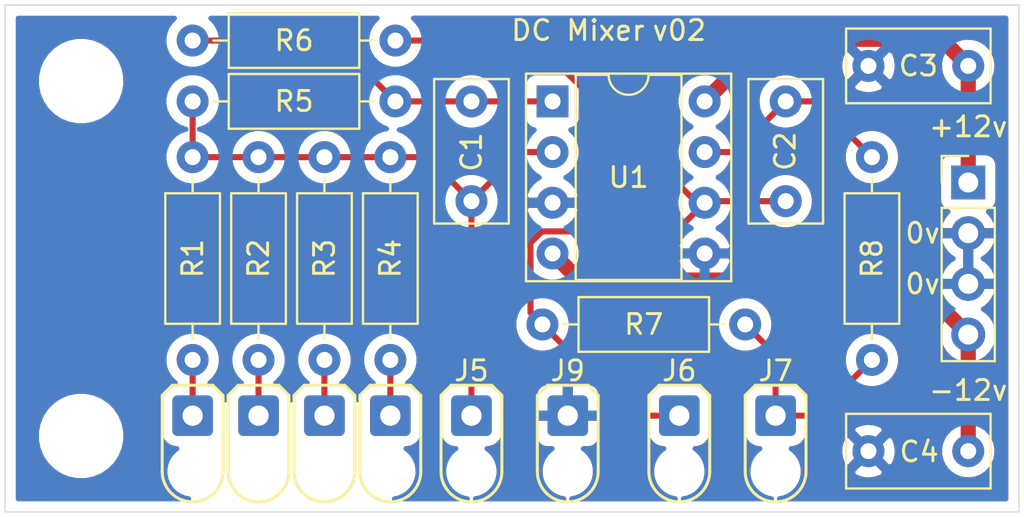
<source format=kicad_pcb>
(kicad_pcb (version 20171130) (host pcbnew "(5.1.8-0-10_14)")

  (general
    (thickness 1.6)
    (drawings 10)
    (tracks 45)
    (zones 0)
    (modules 24)
    (nets 13)
  )

  (page A4)
  (layers
    (0 F.Cu signal)
    (31 B.Cu signal)
    (32 B.Adhes user)
    (33 F.Adhes user)
    (34 B.Paste user)
    (35 F.Paste user)
    (36 B.SilkS user)
    (37 F.SilkS user)
    (38 B.Mask user)
    (39 F.Mask user)
    (40 Dwgs.User user)
    (41 Cmts.User user)
    (42 Eco1.User user)
    (43 Eco2.User user)
    (44 Edge.Cuts user)
    (45 Margin user)
    (46 B.CrtYd user)
    (47 F.CrtYd user)
    (48 B.Fab user)
    (49 F.Fab user)
  )

  (setup
    (last_trace_width 0.3048)
    (user_trace_width 0.3048)
    (user_trace_width 0.762)
    (user_trace_width 1.27)
    (trace_clearance 0.1524)
    (zone_clearance 0.508)
    (zone_45_only no)
    (trace_min 0.1524)
    (via_size 0.6858)
    (via_drill 0.3302)
    (via_min_size 0.508)
    (via_min_drill 0.254)
    (uvia_size 0.6858)
    (uvia_drill 0.3302)
    (uvias_allowed no)
    (uvia_min_size 0.2)
    (uvia_min_drill 0.1)
    (edge_width 0.05)
    (segment_width 0.2)
    (pcb_text_width 0.3)
    (pcb_text_size 1.5 1.5)
    (mod_edge_width 0.12)
    (mod_text_size 1 1)
    (mod_text_width 0.15)
    (pad_size 1.524 1.524)
    (pad_drill 0.762)
    (pad_to_mask_clearance 0.0508)
    (solder_mask_min_width 0.1016)
    (aux_axis_origin 0 0)
    (visible_elements FFFFFF7F)
    (pcbplotparams
      (layerselection 0x010f0_ffffffff)
      (usegerberextensions true)
      (usegerberattributes true)
      (usegerberadvancedattributes true)
      (creategerberjobfile false)
      (excludeedgelayer true)
      (linewidth 0.100000)
      (plotframeref false)
      (viasonmask false)
      (mode 1)
      (useauxorigin false)
      (hpglpennumber 1)
      (hpglpenspeed 20)
      (hpglpendiameter 15.000000)
      (psnegative false)
      (psa4output false)
      (plotreference true)
      (plotvalue false)
      (plotinvisibletext false)
      (padsonsilk false)
      (subtractmaskfromsilk false)
      (outputformat 1)
      (mirror false)
      (drillshape 0)
      (scaleselection 1)
      (outputdirectory "gerbers/"))
  )

  (net 0 "")
  (net 1 GNDREF)
  (net 2 +12V)
  (net 3 -12V)
  (net 4 "Net-(J1-Pad1)")
  (net 5 "Net-(J2-Pad1)")
  (net 6 "Net-(J3-Pad1)")
  (net 7 "Net-(J4-Pad1)")
  (net 8 "Net-(J7-Pad1)")
  (net 9 "Net-(C1-Pad2)")
  (net 10 "Net-(C1-Pad1)")
  (net 11 "Net-(C2-Pad2)")
  (net 12 "Net-(C2-Pad1)")

  (net_class Default "This is the default net class."
    (clearance 0.1524)
    (trace_width 0.1524)
    (via_dia 0.6858)
    (via_drill 0.3302)
    (uvia_dia 0.6858)
    (uvia_drill 0.3302)
    (add_net +12V)
    (add_net -12V)
    (add_net GNDREF)
    (add_net "Net-(C1-Pad1)")
    (add_net "Net-(C1-Pad2)")
    (add_net "Net-(C2-Pad1)")
    (add_net "Net-(C2-Pad2)")
    (add_net "Net-(J1-Pad1)")
    (add_net "Net-(J2-Pad1)")
    (add_net "Net-(J3-Pad1)")
    (add_net "Net-(J4-Pad1)")
    (add_net "Net-(J7-Pad1)")
  )

  (module Capacitor_THT:C_Rect_L7.0mm_W3.5mm_P5.00mm (layer F.Cu) (tedit 5AE50EF0) (tstamp 60E3826A)
    (at 144.86 123.952)
    (descr "C, Rect series, Radial, pin pitch=5.00mm, , length*width=7*3.5mm^2, Capacitor")
    (tags "C Rect series Radial pin pitch 5.00mm  length 7mm width 3.5mm Capacitor")
    (path /60E85957)
    (fp_text reference C4 (at 2.54 0.03) (layer F.SilkS)
      (effects (font (size 1 1) (thickness 0.15)))
    )
    (fp_text value 100nF (at 2.794 1.3) (layer F.Fab)
      (effects (font (size 1 1) (thickness 0.15)))
    )
    (fp_text user %R (at 2.5 0) (layer F.Fab)
      (effects (font (size 1 1) (thickness 0.15)))
    )
    (fp_line (start -1 -1.75) (end -1 1.75) (layer F.Fab) (width 0.1))
    (fp_line (start -1 1.75) (end 6 1.75) (layer F.Fab) (width 0.1))
    (fp_line (start 6 1.75) (end 6 -1.75) (layer F.Fab) (width 0.1))
    (fp_line (start 6 -1.75) (end -1 -1.75) (layer F.Fab) (width 0.1))
    (fp_line (start -1.12 -1.87) (end 6.12 -1.87) (layer F.SilkS) (width 0.12))
    (fp_line (start -1.12 1.87) (end 6.12 1.87) (layer F.SilkS) (width 0.12))
    (fp_line (start -1.12 -1.87) (end -1.12 1.87) (layer F.SilkS) (width 0.12))
    (fp_line (start 6.12 -1.87) (end 6.12 1.87) (layer F.SilkS) (width 0.12))
    (fp_line (start -1.25 -2) (end -1.25 2) (layer F.CrtYd) (width 0.05))
    (fp_line (start -1.25 2) (end 6.25 2) (layer F.CrtYd) (width 0.05))
    (fp_line (start 6.25 2) (end 6.25 -2) (layer F.CrtYd) (width 0.05))
    (fp_line (start 6.25 -2) (end -1.25 -2) (layer F.CrtYd) (width 0.05))
    (pad 2 thru_hole circle (at 5 0) (size 1.6 1.6) (drill 0.8) (layers *.Cu *.Mask)
      (net 3 -12V))
    (pad 1 thru_hole circle (at 0 0) (size 1.6 1.6) (drill 0.8) (layers *.Cu *.Mask)
      (net 1 GNDREF))
    (model ${KISYS3DMOD}/Capacitor_THT.3dshapes/C_Rect_L7.0mm_W3.5mm_P5.00mm.wrl
      (at (xyz 0 0 0))
      (scale (xyz 1 1 1))
      (rotate (xyz 0 0 0))
    )
  )

  (module Capacitor_THT:C_Rect_L7.0mm_W3.5mm_P5.00mm (layer F.Cu) (tedit 5AE50EF0) (tstamp 60E38257)
    (at 149.86 104.648 180)
    (descr "C, Rect series, Radial, pin pitch=5.00mm, , length*width=7*3.5mm^2, Capacitor")
    (tags "C Rect series Radial pin pitch 5.00mm  length 7mm width 3.5mm Capacitor")
    (path /60E8538F)
    (fp_text reference C3 (at 2.5 0) (layer F.SilkS)
      (effects (font (size 1 1) (thickness 0.15)))
    )
    (fp_text value 100nF (at 2.794 1.27) (layer F.Fab)
      (effects (font (size 1 1) (thickness 0.15)))
    )
    (fp_text user %R (at 2.5 0) (layer F.Fab)
      (effects (font (size 1 1) (thickness 0.15)))
    )
    (fp_line (start -1 -1.75) (end -1 1.75) (layer F.Fab) (width 0.1))
    (fp_line (start -1 1.75) (end 6 1.75) (layer F.Fab) (width 0.1))
    (fp_line (start 6 1.75) (end 6 -1.75) (layer F.Fab) (width 0.1))
    (fp_line (start 6 -1.75) (end -1 -1.75) (layer F.Fab) (width 0.1))
    (fp_line (start -1.12 -1.87) (end 6.12 -1.87) (layer F.SilkS) (width 0.12))
    (fp_line (start -1.12 1.87) (end 6.12 1.87) (layer F.SilkS) (width 0.12))
    (fp_line (start -1.12 -1.87) (end -1.12 1.87) (layer F.SilkS) (width 0.12))
    (fp_line (start 6.12 -1.87) (end 6.12 1.87) (layer F.SilkS) (width 0.12))
    (fp_line (start -1.25 -2) (end -1.25 2) (layer F.CrtYd) (width 0.05))
    (fp_line (start -1.25 2) (end 6.25 2) (layer F.CrtYd) (width 0.05))
    (fp_line (start 6.25 2) (end 6.25 -2) (layer F.CrtYd) (width 0.05))
    (fp_line (start 6.25 -2) (end -1.25 -2) (layer F.CrtYd) (width 0.05))
    (pad 2 thru_hole circle (at 5 0 180) (size 1.6 1.6) (drill 0.8) (layers *.Cu *.Mask)
      (net 1 GNDREF))
    (pad 1 thru_hole circle (at 0 0 180) (size 1.6 1.6) (drill 0.8) (layers *.Cu *.Mask)
      (net 2 +12V))
    (model ${KISYS3DMOD}/Capacitor_THT.3dshapes/C_Rect_L7.0mm_W3.5mm_P5.00mm.wrl
      (at (xyz 0 0 0))
      (scale (xyz 1 1 1))
      (rotate (xyz 0 0 0))
    )
  )

  (module Resistor_THT:R_Axial_DIN0207_L6.3mm_D2.5mm_P10.16mm_Horizontal (layer F.Cu) (tedit 5AE5139B) (tstamp 60166F88)
    (at 145.034 119.38 90)
    (descr "Resistor, Axial_DIN0207 series, Axial, Horizontal, pin pitch=10.16mm, 0.25W = 1/4W, length*diameter=6.3*2.5mm^2, http://cdn-reichelt.de/documents/datenblatt/B400/1_4W%23YAG.pdf")
    (tags "Resistor Axial_DIN0207 series Axial Horizontal pin pitch 10.16mm 0.25W = 1/4W length 6.3mm diameter 2.5mm")
    (path /600D9972)
    (fp_text reference R8 (at 5.08 0 90) (layer F.SilkS)
      (effects (font (size 1 1) (thickness 0.15)))
    )
    (fp_text value 1k (at 7.112 0.762 90) (layer F.Fab)
      (effects (font (size 1 1) (thickness 0.15)))
    )
    (fp_line (start 11.21 -1.5) (end -1.05 -1.5) (layer F.CrtYd) (width 0.05))
    (fp_line (start 11.21 1.5) (end 11.21 -1.5) (layer F.CrtYd) (width 0.05))
    (fp_line (start -1.05 1.5) (end 11.21 1.5) (layer F.CrtYd) (width 0.05))
    (fp_line (start -1.05 -1.5) (end -1.05 1.5) (layer F.CrtYd) (width 0.05))
    (fp_line (start 9.12 0) (end 8.35 0) (layer F.SilkS) (width 0.12))
    (fp_line (start 1.04 0) (end 1.81 0) (layer F.SilkS) (width 0.12))
    (fp_line (start 8.35 -1.37) (end 1.81 -1.37) (layer F.SilkS) (width 0.12))
    (fp_line (start 8.35 1.37) (end 8.35 -1.37) (layer F.SilkS) (width 0.12))
    (fp_line (start 1.81 1.37) (end 8.35 1.37) (layer F.SilkS) (width 0.12))
    (fp_line (start 1.81 -1.37) (end 1.81 1.37) (layer F.SilkS) (width 0.12))
    (fp_line (start 10.16 0) (end 8.23 0) (layer F.Fab) (width 0.1))
    (fp_line (start 0 0) (end 1.93 0) (layer F.Fab) (width 0.1))
    (fp_line (start 8.23 -1.25) (end 1.93 -1.25) (layer F.Fab) (width 0.1))
    (fp_line (start 8.23 1.25) (end 8.23 -1.25) (layer F.Fab) (width 0.1))
    (fp_line (start 1.93 1.25) (end 8.23 1.25) (layer F.Fab) (width 0.1))
    (fp_line (start 1.93 -1.25) (end 1.93 1.25) (layer F.Fab) (width 0.1))
    (fp_text user %R (at 5.08 0 90) (layer F.Fab)
      (effects (font (size 1 1) (thickness 0.15)))
    )
    (pad 2 thru_hole oval (at 10.16 0 90) (size 1.6 1.6) (drill 0.8) (layers *.Cu *.Mask)
      (net 12 "Net-(C2-Pad1)"))
    (pad 1 thru_hole circle (at 0 0 90) (size 1.6 1.6) (drill 0.8) (layers *.Cu *.Mask)
      (net 8 "Net-(J7-Pad1)"))
    (model ${KISYS3DMOD}/Resistor_THT.3dshapes/R_Axial_DIN0207_L6.3mm_D2.5mm_P10.16mm_Horizontal.wrl
      (at (xyz 0 0 0))
      (scale (xyz 1 1 1))
      (rotate (xyz 0 0 0))
    )
  )

  (module Resistor_THT:R_Axial_DIN0207_L6.3mm_D2.5mm_P10.16mm_Horizontal (layer F.Cu) (tedit 5AE5139B) (tstamp 60166F71)
    (at 138.684 117.602 180)
    (descr "Resistor, Axial_DIN0207 series, Axial, Horizontal, pin pitch=10.16mm, 0.25W = 1/4W, length*diameter=6.3*2.5mm^2, http://cdn-reichelt.de/documents/datenblatt/B400/1_4W%23YAG.pdf")
    (tags "Resistor Axial_DIN0207 series Axial Horizontal pin pitch 10.16mm 0.25W = 1/4W length 6.3mm diameter 2.5mm")
    (path /600D8EAF)
    (fp_text reference R7 (at 5.08 0) (layer F.SilkS)
      (effects (font (size 1 1) (thickness 0.15)))
    )
    (fp_text value 100k (at 6.477 -0.762) (layer F.Fab)
      (effects (font (size 1 1) (thickness 0.15)))
    )
    (fp_line (start 11.21 -1.5) (end -1.05 -1.5) (layer F.CrtYd) (width 0.05))
    (fp_line (start 11.21 1.5) (end 11.21 -1.5) (layer F.CrtYd) (width 0.05))
    (fp_line (start -1.05 1.5) (end 11.21 1.5) (layer F.CrtYd) (width 0.05))
    (fp_line (start -1.05 -1.5) (end -1.05 1.5) (layer F.CrtYd) (width 0.05))
    (fp_line (start 9.12 0) (end 8.35 0) (layer F.SilkS) (width 0.12))
    (fp_line (start 1.04 0) (end 1.81 0) (layer F.SilkS) (width 0.12))
    (fp_line (start 8.35 -1.37) (end 1.81 -1.37) (layer F.SilkS) (width 0.12))
    (fp_line (start 8.35 1.37) (end 8.35 -1.37) (layer F.SilkS) (width 0.12))
    (fp_line (start 1.81 1.37) (end 8.35 1.37) (layer F.SilkS) (width 0.12))
    (fp_line (start 1.81 -1.37) (end 1.81 1.37) (layer F.SilkS) (width 0.12))
    (fp_line (start 10.16 0) (end 8.23 0) (layer F.Fab) (width 0.1))
    (fp_line (start 0 0) (end 1.93 0) (layer F.Fab) (width 0.1))
    (fp_line (start 8.23 -1.25) (end 1.93 -1.25) (layer F.Fab) (width 0.1))
    (fp_line (start 8.23 1.25) (end 8.23 -1.25) (layer F.Fab) (width 0.1))
    (fp_line (start 1.93 1.25) (end 8.23 1.25) (layer F.Fab) (width 0.1))
    (fp_line (start 1.93 -1.25) (end 1.93 1.25) (layer F.Fab) (width 0.1))
    (fp_text user %R (at 5.08 0) (layer F.Fab)
      (effects (font (size 1 1) (thickness 0.15)))
    )
    (pad 2 thru_hole oval (at 10.16 0 180) (size 1.6 1.6) (drill 0.8) (layers *.Cu *.Mask)
      (net 11 "Net-(C2-Pad2)"))
    (pad 1 thru_hole circle (at 0 0 180) (size 1.6 1.6) (drill 0.8) (layers *.Cu *.Mask)
      (net 8 "Net-(J7-Pad1)"))
    (model ${KISYS3DMOD}/Resistor_THT.3dshapes/R_Axial_DIN0207_L6.3mm_D2.5mm_P10.16mm_Horizontal.wrl
      (at (xyz 0 0 0))
      (scale (xyz 1 1 1))
      (rotate (xyz 0 0 0))
    )
  )

  (module Resistor_THT:R_Axial_DIN0207_L6.3mm_D2.5mm_P10.16mm_Horizontal (layer F.Cu) (tedit 5AE5139B) (tstamp 60166F5A)
    (at 121.158 103.378 180)
    (descr "Resistor, Axial_DIN0207 series, Axial, Horizontal, pin pitch=10.16mm, 0.25W = 1/4W, length*diameter=6.3*2.5mm^2, http://cdn-reichelt.de/documents/datenblatt/B400/1_4W%23YAG.pdf")
    (tags "Resistor Axial_DIN0207 series Axial Horizontal pin pitch 10.16mm 0.25W = 1/4W length 6.3mm diameter 2.5mm")
    (path /600D6563)
    (fp_text reference R6 (at 5.08 0) (layer F.SilkS)
      (effects (font (size 1 1) (thickness 0.15)))
    )
    (fp_text value 100k (at 3.302 -0.762) (layer F.Fab)
      (effects (font (size 1 1) (thickness 0.15)))
    )
    (fp_line (start 11.21 -1.5) (end -1.05 -1.5) (layer F.CrtYd) (width 0.05))
    (fp_line (start 11.21 1.5) (end 11.21 -1.5) (layer F.CrtYd) (width 0.05))
    (fp_line (start -1.05 1.5) (end 11.21 1.5) (layer F.CrtYd) (width 0.05))
    (fp_line (start -1.05 -1.5) (end -1.05 1.5) (layer F.CrtYd) (width 0.05))
    (fp_line (start 9.12 0) (end 8.35 0) (layer F.SilkS) (width 0.12))
    (fp_line (start 1.04 0) (end 1.81 0) (layer F.SilkS) (width 0.12))
    (fp_line (start 8.35 -1.37) (end 1.81 -1.37) (layer F.SilkS) (width 0.12))
    (fp_line (start 8.35 1.37) (end 8.35 -1.37) (layer F.SilkS) (width 0.12))
    (fp_line (start 1.81 1.37) (end 8.35 1.37) (layer F.SilkS) (width 0.12))
    (fp_line (start 1.81 -1.37) (end 1.81 1.37) (layer F.SilkS) (width 0.12))
    (fp_line (start 10.16 0) (end 8.23 0) (layer F.Fab) (width 0.1))
    (fp_line (start 0 0) (end 1.93 0) (layer F.Fab) (width 0.1))
    (fp_line (start 8.23 -1.25) (end 1.93 -1.25) (layer F.Fab) (width 0.1))
    (fp_line (start 8.23 1.25) (end 8.23 -1.25) (layer F.Fab) (width 0.1))
    (fp_line (start 1.93 1.25) (end 8.23 1.25) (layer F.Fab) (width 0.1))
    (fp_line (start 1.93 -1.25) (end 1.93 1.25) (layer F.Fab) (width 0.1))
    (fp_text user %R (at 5.08 0) (layer F.Fab)
      (effects (font (size 1 1) (thickness 0.15)))
    )
    (pad 2 thru_hole oval (at 10.16 0 180) (size 1.6 1.6) (drill 0.8) (layers *.Cu *.Mask)
      (net 10 "Net-(C1-Pad1)"))
    (pad 1 thru_hole circle (at 0 0 180) (size 1.6 1.6) (drill 0.8) (layers *.Cu *.Mask)
      (net 11 "Net-(C2-Pad2)"))
    (model ${KISYS3DMOD}/Resistor_THT.3dshapes/R_Axial_DIN0207_L6.3mm_D2.5mm_P10.16mm_Horizontal.wrl
      (at (xyz 0 0 0))
      (scale (xyz 1 1 1))
      (rotate (xyz 0 0 0))
    )
  )

  (module Resistor_THT:R_Axial_DIN0207_L6.3mm_D2.5mm_P10.16mm_Horizontal (layer F.Cu) (tedit 5AE5139B) (tstamp 60166F43)
    (at 121.158 106.426 180)
    (descr "Resistor, Axial_DIN0207 series, Axial, Horizontal, pin pitch=10.16mm, 0.25W = 1/4W, length*diameter=6.3*2.5mm^2, http://cdn-reichelt.de/documents/datenblatt/B400/1_4W%23YAG.pdf")
    (tags "Resistor Axial_DIN0207 series Axial Horizontal pin pitch 10.16mm 0.25W = 1/4W length 6.3mm diameter 2.5mm")
    (path /600D3A78)
    (fp_text reference R5 (at 5.08 0) (layer F.SilkS)
      (effects (font (size 1 1) (thickness 0.15)))
    )
    (fp_text value 100k (at 3.556 -0.635) (layer F.Fab)
      (effects (font (size 1 1) (thickness 0.15)))
    )
    (fp_line (start 11.21 -1.5) (end -1.05 -1.5) (layer F.CrtYd) (width 0.05))
    (fp_line (start 11.21 1.5) (end 11.21 -1.5) (layer F.CrtYd) (width 0.05))
    (fp_line (start -1.05 1.5) (end 11.21 1.5) (layer F.CrtYd) (width 0.05))
    (fp_line (start -1.05 -1.5) (end -1.05 1.5) (layer F.CrtYd) (width 0.05))
    (fp_line (start 9.12 0) (end 8.35 0) (layer F.SilkS) (width 0.12))
    (fp_line (start 1.04 0) (end 1.81 0) (layer F.SilkS) (width 0.12))
    (fp_line (start 8.35 -1.37) (end 1.81 -1.37) (layer F.SilkS) (width 0.12))
    (fp_line (start 8.35 1.37) (end 8.35 -1.37) (layer F.SilkS) (width 0.12))
    (fp_line (start 1.81 1.37) (end 8.35 1.37) (layer F.SilkS) (width 0.12))
    (fp_line (start 1.81 -1.37) (end 1.81 1.37) (layer F.SilkS) (width 0.12))
    (fp_line (start 10.16 0) (end 8.23 0) (layer F.Fab) (width 0.1))
    (fp_line (start 0 0) (end 1.93 0) (layer F.Fab) (width 0.1))
    (fp_line (start 8.23 -1.25) (end 1.93 -1.25) (layer F.Fab) (width 0.1))
    (fp_line (start 8.23 1.25) (end 8.23 -1.25) (layer F.Fab) (width 0.1))
    (fp_line (start 1.93 1.25) (end 8.23 1.25) (layer F.Fab) (width 0.1))
    (fp_line (start 1.93 -1.25) (end 1.93 1.25) (layer F.Fab) (width 0.1))
    (fp_text user %R (at 5.08 0) (layer F.Fab)
      (effects (font (size 1 1) (thickness 0.15)))
    )
    (pad 2 thru_hole oval (at 10.16 0 180) (size 1.6 1.6) (drill 0.8) (layers *.Cu *.Mask)
      (net 9 "Net-(C1-Pad2)"))
    (pad 1 thru_hole circle (at 0 0 180) (size 1.6 1.6) (drill 0.8) (layers *.Cu *.Mask)
      (net 10 "Net-(C1-Pad1)"))
    (model ${KISYS3DMOD}/Resistor_THT.3dshapes/R_Axial_DIN0207_L6.3mm_D2.5mm_P10.16mm_Horizontal.wrl
      (at (xyz 0 0 0))
      (scale (xyz 1 1 1))
      (rotate (xyz 0 0 0))
    )
  )

  (module Resistor_THT:R_Axial_DIN0207_L6.3mm_D2.5mm_P10.16mm_Horizontal (layer F.Cu) (tedit 5AE5139B) (tstamp 60166F2C)
    (at 120.904 109.22 270)
    (descr "Resistor, Axial_DIN0207 series, Axial, Horizontal, pin pitch=10.16mm, 0.25W = 1/4W, length*diameter=6.3*2.5mm^2, http://cdn-reichelt.de/documents/datenblatt/B400/1_4W%23YAG.pdf")
    (tags "Resistor Axial_DIN0207 series Axial Horizontal pin pitch 10.16mm 0.25W = 1/4W length 6.3mm diameter 2.5mm")
    (path /600D1E58)
    (fp_text reference R4 (at 5.08 0 90) (layer F.SilkS)
      (effects (font (size 1 1) (thickness 0.15)))
    )
    (fp_text value 100k (at 3.556 -0.762 90) (layer F.Fab)
      (effects (font (size 1 1) (thickness 0.15)))
    )
    (fp_line (start 11.21 -1.5) (end -1.05 -1.5) (layer F.CrtYd) (width 0.05))
    (fp_line (start 11.21 1.5) (end 11.21 -1.5) (layer F.CrtYd) (width 0.05))
    (fp_line (start -1.05 1.5) (end 11.21 1.5) (layer F.CrtYd) (width 0.05))
    (fp_line (start -1.05 -1.5) (end -1.05 1.5) (layer F.CrtYd) (width 0.05))
    (fp_line (start 9.12 0) (end 8.35 0) (layer F.SilkS) (width 0.12))
    (fp_line (start 1.04 0) (end 1.81 0) (layer F.SilkS) (width 0.12))
    (fp_line (start 8.35 -1.37) (end 1.81 -1.37) (layer F.SilkS) (width 0.12))
    (fp_line (start 8.35 1.37) (end 8.35 -1.37) (layer F.SilkS) (width 0.12))
    (fp_line (start 1.81 1.37) (end 8.35 1.37) (layer F.SilkS) (width 0.12))
    (fp_line (start 1.81 -1.37) (end 1.81 1.37) (layer F.SilkS) (width 0.12))
    (fp_line (start 10.16 0) (end 8.23 0) (layer F.Fab) (width 0.1))
    (fp_line (start 0 0) (end 1.93 0) (layer F.Fab) (width 0.1))
    (fp_line (start 8.23 -1.25) (end 1.93 -1.25) (layer F.Fab) (width 0.1))
    (fp_line (start 8.23 1.25) (end 8.23 -1.25) (layer F.Fab) (width 0.1))
    (fp_line (start 1.93 1.25) (end 8.23 1.25) (layer F.Fab) (width 0.1))
    (fp_line (start 1.93 -1.25) (end 1.93 1.25) (layer F.Fab) (width 0.1))
    (fp_text user %R (at 5.08 0 90) (layer F.Fab)
      (effects (font (size 1 1) (thickness 0.15)))
    )
    (pad 2 thru_hole oval (at 10.16 0 270) (size 1.6 1.6) (drill 0.8) (layers *.Cu *.Mask)
      (net 7 "Net-(J4-Pad1)"))
    (pad 1 thru_hole circle (at 0 0 270) (size 1.6 1.6) (drill 0.8) (layers *.Cu *.Mask)
      (net 9 "Net-(C1-Pad2)"))
    (model ${KISYS3DMOD}/Resistor_THT.3dshapes/R_Axial_DIN0207_L6.3mm_D2.5mm_P10.16mm_Horizontal.wrl
      (at (xyz 0 0 0))
      (scale (xyz 1 1 1))
      (rotate (xyz 0 0 0))
    )
  )

  (module Resistor_THT:R_Axial_DIN0207_L6.3mm_D2.5mm_P10.16mm_Horizontal (layer F.Cu) (tedit 5AE5139B) (tstamp 60166F15)
    (at 117.602 109.22 270)
    (descr "Resistor, Axial_DIN0207 series, Axial, Horizontal, pin pitch=10.16mm, 0.25W = 1/4W, length*diameter=6.3*2.5mm^2, http://cdn-reichelt.de/documents/datenblatt/B400/1_4W%23YAG.pdf")
    (tags "Resistor Axial_DIN0207 series Axial Horizontal pin pitch 10.16mm 0.25W = 1/4W length 6.3mm diameter 2.5mm")
    (path /600D1770)
    (fp_text reference R3 (at 5.08 0 90) (layer F.SilkS)
      (effects (font (size 1 1) (thickness 0.15)))
    )
    (fp_text value 100k (at 3.556 -0.762 90) (layer F.Fab)
      (effects (font (size 1 1) (thickness 0.15)))
    )
    (fp_line (start 11.21 -1.5) (end -1.05 -1.5) (layer F.CrtYd) (width 0.05))
    (fp_line (start 11.21 1.5) (end 11.21 -1.5) (layer F.CrtYd) (width 0.05))
    (fp_line (start -1.05 1.5) (end 11.21 1.5) (layer F.CrtYd) (width 0.05))
    (fp_line (start -1.05 -1.5) (end -1.05 1.5) (layer F.CrtYd) (width 0.05))
    (fp_line (start 9.12 0) (end 8.35 0) (layer F.SilkS) (width 0.12))
    (fp_line (start 1.04 0) (end 1.81 0) (layer F.SilkS) (width 0.12))
    (fp_line (start 8.35 -1.37) (end 1.81 -1.37) (layer F.SilkS) (width 0.12))
    (fp_line (start 8.35 1.37) (end 8.35 -1.37) (layer F.SilkS) (width 0.12))
    (fp_line (start 1.81 1.37) (end 8.35 1.37) (layer F.SilkS) (width 0.12))
    (fp_line (start 1.81 -1.37) (end 1.81 1.37) (layer F.SilkS) (width 0.12))
    (fp_line (start 10.16 0) (end 8.23 0) (layer F.Fab) (width 0.1))
    (fp_line (start 0 0) (end 1.93 0) (layer F.Fab) (width 0.1))
    (fp_line (start 8.23 -1.25) (end 1.93 -1.25) (layer F.Fab) (width 0.1))
    (fp_line (start 8.23 1.25) (end 8.23 -1.25) (layer F.Fab) (width 0.1))
    (fp_line (start 1.93 1.25) (end 8.23 1.25) (layer F.Fab) (width 0.1))
    (fp_line (start 1.93 -1.25) (end 1.93 1.25) (layer F.Fab) (width 0.1))
    (fp_text user %R (at 5.08 0 90) (layer F.Fab)
      (effects (font (size 1 1) (thickness 0.15)))
    )
    (pad 2 thru_hole oval (at 10.16 0 270) (size 1.6 1.6) (drill 0.8) (layers *.Cu *.Mask)
      (net 6 "Net-(J3-Pad1)"))
    (pad 1 thru_hole circle (at 0 0 270) (size 1.6 1.6) (drill 0.8) (layers *.Cu *.Mask)
      (net 9 "Net-(C1-Pad2)"))
    (model ${KISYS3DMOD}/Resistor_THT.3dshapes/R_Axial_DIN0207_L6.3mm_D2.5mm_P10.16mm_Horizontal.wrl
      (at (xyz 0 0 0))
      (scale (xyz 1 1 1))
      (rotate (xyz 0 0 0))
    )
  )

  (module Resistor_THT:R_Axial_DIN0207_L6.3mm_D2.5mm_P10.16mm_Horizontal (layer F.Cu) (tedit 5AE5139B) (tstamp 60166EFE)
    (at 114.3 109.22 270)
    (descr "Resistor, Axial_DIN0207 series, Axial, Horizontal, pin pitch=10.16mm, 0.25W = 1/4W, length*diameter=6.3*2.5mm^2, http://cdn-reichelt.de/documents/datenblatt/B400/1_4W%23YAG.pdf")
    (tags "Resistor Axial_DIN0207 series Axial Horizontal pin pitch 10.16mm 0.25W = 1/4W length 6.3mm diameter 2.5mm")
    (path /600D12BF)
    (fp_text reference R2 (at 5.08 0 90) (layer F.SilkS)
      (effects (font (size 1 1) (thickness 0.15)))
    )
    (fp_text value 100k (at 3.556 -0.762 90) (layer F.Fab)
      (effects (font (size 1 1) (thickness 0.15)))
    )
    (fp_line (start 11.21 -1.5) (end -1.05 -1.5) (layer F.CrtYd) (width 0.05))
    (fp_line (start 11.21 1.5) (end 11.21 -1.5) (layer F.CrtYd) (width 0.05))
    (fp_line (start -1.05 1.5) (end 11.21 1.5) (layer F.CrtYd) (width 0.05))
    (fp_line (start -1.05 -1.5) (end -1.05 1.5) (layer F.CrtYd) (width 0.05))
    (fp_line (start 9.12 0) (end 8.35 0) (layer F.SilkS) (width 0.12))
    (fp_line (start 1.04 0) (end 1.81 0) (layer F.SilkS) (width 0.12))
    (fp_line (start 8.35 -1.37) (end 1.81 -1.37) (layer F.SilkS) (width 0.12))
    (fp_line (start 8.35 1.37) (end 8.35 -1.37) (layer F.SilkS) (width 0.12))
    (fp_line (start 1.81 1.37) (end 8.35 1.37) (layer F.SilkS) (width 0.12))
    (fp_line (start 1.81 -1.37) (end 1.81 1.37) (layer F.SilkS) (width 0.12))
    (fp_line (start 10.16 0) (end 8.23 0) (layer F.Fab) (width 0.1))
    (fp_line (start 0 0) (end 1.93 0) (layer F.Fab) (width 0.1))
    (fp_line (start 8.23 -1.25) (end 1.93 -1.25) (layer F.Fab) (width 0.1))
    (fp_line (start 8.23 1.25) (end 8.23 -1.25) (layer F.Fab) (width 0.1))
    (fp_line (start 1.93 1.25) (end 8.23 1.25) (layer F.Fab) (width 0.1))
    (fp_line (start 1.93 -1.25) (end 1.93 1.25) (layer F.Fab) (width 0.1))
    (fp_text user %R (at 5.08 0 90) (layer F.Fab)
      (effects (font (size 1 1) (thickness 0.15)))
    )
    (pad 2 thru_hole oval (at 10.16 0 270) (size 1.6 1.6) (drill 0.8) (layers *.Cu *.Mask)
      (net 5 "Net-(J2-Pad1)"))
    (pad 1 thru_hole circle (at 0 0 270) (size 1.6 1.6) (drill 0.8) (layers *.Cu *.Mask)
      (net 9 "Net-(C1-Pad2)"))
    (model ${KISYS3DMOD}/Resistor_THT.3dshapes/R_Axial_DIN0207_L6.3mm_D2.5mm_P10.16mm_Horizontal.wrl
      (at (xyz 0 0 0))
      (scale (xyz 1 1 1))
      (rotate (xyz 0 0 0))
    )
  )

  (module Resistor_THT:R_Axial_DIN0207_L6.3mm_D2.5mm_P10.16mm_Horizontal (layer F.Cu) (tedit 5AE5139B) (tstamp 60166EE7)
    (at 110.998 109.22 270)
    (descr "Resistor, Axial_DIN0207 series, Axial, Horizontal, pin pitch=10.16mm, 0.25W = 1/4W, length*diameter=6.3*2.5mm^2, http://cdn-reichelt.de/documents/datenblatt/B400/1_4W%23YAG.pdf")
    (tags "Resistor Axial_DIN0207 series Axial Horizontal pin pitch 10.16mm 0.25W = 1/4W length 6.3mm diameter 2.5mm")
    (path /600C947C)
    (fp_text reference R1 (at 5.08 0 90) (layer F.SilkS)
      (effects (font (size 1 1) (thickness 0.15)))
    )
    (fp_text value 100k (at 3.556 -0.762 90) (layer F.Fab)
      (effects (font (size 1 1) (thickness 0.15)))
    )
    (fp_line (start 11.21 -1.5) (end -1.05 -1.5) (layer F.CrtYd) (width 0.05))
    (fp_line (start 11.21 1.5) (end 11.21 -1.5) (layer F.CrtYd) (width 0.05))
    (fp_line (start -1.05 1.5) (end 11.21 1.5) (layer F.CrtYd) (width 0.05))
    (fp_line (start -1.05 -1.5) (end -1.05 1.5) (layer F.CrtYd) (width 0.05))
    (fp_line (start 9.12 0) (end 8.35 0) (layer F.SilkS) (width 0.12))
    (fp_line (start 1.04 0) (end 1.81 0) (layer F.SilkS) (width 0.12))
    (fp_line (start 8.35 -1.37) (end 1.81 -1.37) (layer F.SilkS) (width 0.12))
    (fp_line (start 8.35 1.37) (end 8.35 -1.37) (layer F.SilkS) (width 0.12))
    (fp_line (start 1.81 1.37) (end 8.35 1.37) (layer F.SilkS) (width 0.12))
    (fp_line (start 1.81 -1.37) (end 1.81 1.37) (layer F.SilkS) (width 0.12))
    (fp_line (start 10.16 0) (end 8.23 0) (layer F.Fab) (width 0.1))
    (fp_line (start 0 0) (end 1.93 0) (layer F.Fab) (width 0.1))
    (fp_line (start 8.23 -1.25) (end 1.93 -1.25) (layer F.Fab) (width 0.1))
    (fp_line (start 8.23 1.25) (end 8.23 -1.25) (layer F.Fab) (width 0.1))
    (fp_line (start 1.93 1.25) (end 8.23 1.25) (layer F.Fab) (width 0.1))
    (fp_line (start 1.93 -1.25) (end 1.93 1.25) (layer F.Fab) (width 0.1))
    (fp_text user %R (at 5.08 0 90) (layer F.Fab)
      (effects (font (size 1 1) (thickness 0.15)))
    )
    (pad 2 thru_hole oval (at 10.16 0 270) (size 1.6 1.6) (drill 0.8) (layers *.Cu *.Mask)
      (net 4 "Net-(J1-Pad1)"))
    (pad 1 thru_hole circle (at 0 0 270) (size 1.6 1.6) (drill 0.8) (layers *.Cu *.Mask)
      (net 9 "Net-(C1-Pad2)"))
    (model ${KISYS3DMOD}/Resistor_THT.3dshapes/R_Axial_DIN0207_L6.3mm_D2.5mm_P10.16mm_Horizontal.wrl
      (at (xyz 0 0 0))
      (scale (xyz 1 1 1))
      (rotate (xyz 0 0 0))
    )
  )

  (module MountingHole:MountingHole_3.2mm_M3 (layer F.Cu) (tedit 56D1B4CB) (tstamp 60E36BE8)
    (at 105.41 105.41)
    (descr "Mounting Hole 3.2mm, no annular, M3")
    (tags "mounting hole 3.2mm no annular m3")
    (path /6030CFC1)
    (attr virtual)
    (fp_text reference H2 (at 0 -4.2) (layer F.SilkS) hide
      (effects (font (size 1 1) (thickness 0.15)))
    )
    (fp_text value MountingScrew_M3_Flathead (at 0 4.2) (layer F.Fab) hide
      (effects (font (size 1 1) (thickness 0.15)))
    )
    (fp_circle (center 0 0) (end 3.45 0) (layer F.CrtYd) (width 0.05))
    (fp_circle (center 0 0) (end 3.2 0) (layer Cmts.User) (width 0.15))
    (fp_text user %R (at 0.3 0) (layer F.Fab)
      (effects (font (size 1 1) (thickness 0.15)))
    )
    (pad 1 np_thru_hole circle (at 0 0) (size 3.2 3.2) (drill 3.2) (layers *.Cu *.Mask))
  )

  (module MountingHole:MountingHole_3.2mm_M3 (layer F.Cu) (tedit 56D1B4CB) (tstamp 60E36BE0)
    (at 105.41 123.19)
    (descr "Mounting Hole 3.2mm, no annular, M3")
    (tags "mounting hole 3.2mm no annular m3")
    (path /6030CCDB)
    (attr virtual)
    (fp_text reference H1 (at 0 -4.2) (layer F.SilkS) hide
      (effects (font (size 1 1) (thickness 0.15)))
    )
    (fp_text value MountingScrew_M3_Flathead (at 0 4.2) (layer F.Fab) hide
      (effects (font (size 1 1) (thickness 0.15)))
    )
    (fp_circle (center 0 0) (end 3.45 0) (layer F.CrtYd) (width 0.05))
    (fp_circle (center 0 0) (end 3.2 0) (layer Cmts.User) (width 0.15))
    (fp_text user %R (at 0.3 0) (layer F.Fab)
      (effects (font (size 1 1) (thickness 0.15)))
    )
    (pad 1 np_thru_hole circle (at 0 0) (size 3.2 3.2) (drill 3.2) (layers *.Cu *.Mask))
  )

  (module Capacitor_THT:C_Rect_L7.0mm_W3.5mm_P5.00mm (layer F.Cu) (tedit 5AE50EF0) (tstamp 60E36BD8)
    (at 140.716 106.426 270)
    (descr "C, Rect series, Radial, pin pitch=5.00mm, , length*width=7*3.5mm^2, Capacitor")
    (tags "C Rect series Radial pin pitch 5.00mm  length 7mm width 3.5mm Capacitor")
    (path /60E3A0A1)
    (fp_text reference C2 (at 2.5 0.03 90) (layer F.SilkS)
      (effects (font (size 1 1) (thickness 0.15)))
    )
    (fp_text value 47pF (at 2.5 1.3 90) (layer F.Fab)
      (effects (font (size 1 1) (thickness 0.15)))
    )
    (fp_line (start 6.25 -2) (end -1.25 -2) (layer F.CrtYd) (width 0.05))
    (fp_line (start 6.25 2) (end 6.25 -2) (layer F.CrtYd) (width 0.05))
    (fp_line (start -1.25 2) (end 6.25 2) (layer F.CrtYd) (width 0.05))
    (fp_line (start -1.25 -2) (end -1.25 2) (layer F.CrtYd) (width 0.05))
    (fp_line (start 6.12 -1.87) (end 6.12 1.87) (layer F.SilkS) (width 0.12))
    (fp_line (start -1.12 -1.87) (end -1.12 1.87) (layer F.SilkS) (width 0.12))
    (fp_line (start -1.12 1.87) (end 6.12 1.87) (layer F.SilkS) (width 0.12))
    (fp_line (start -1.12 -1.87) (end 6.12 -1.87) (layer F.SilkS) (width 0.12))
    (fp_line (start 6 -1.75) (end -1 -1.75) (layer F.Fab) (width 0.1))
    (fp_line (start 6 1.75) (end 6 -1.75) (layer F.Fab) (width 0.1))
    (fp_line (start -1 1.75) (end 6 1.75) (layer F.Fab) (width 0.1))
    (fp_line (start -1 -1.75) (end -1 1.75) (layer F.Fab) (width 0.1))
    (fp_text user %R (at 2.5 0 90) (layer F.Fab)
      (effects (font (size 1 1) (thickness 0.15)))
    )
    (pad 2 thru_hole circle (at 5 0 270) (size 1.6 1.6) (drill 0.8) (layers *.Cu *.Mask)
      (net 11 "Net-(C2-Pad2)"))
    (pad 1 thru_hole circle (at 0 0 270) (size 1.6 1.6) (drill 0.8) (layers *.Cu *.Mask)
      (net 12 "Net-(C2-Pad1)"))
    (model ${KISYS3DMOD}/Capacitor_THT.3dshapes/C_Rect_L7.0mm_W3.5mm_P5.00mm.wrl
      (at (xyz 0 0 0))
      (scale (xyz 1 1 1))
      (rotate (xyz 0 0 0))
    )
  )

  (module Capacitor_THT:C_Rect_L7.0mm_W3.5mm_P5.00mm (layer F.Cu) (tedit 5AE50EF0) (tstamp 60E36BC5)
    (at 124.968 106.426 270)
    (descr "C, Rect series, Radial, pin pitch=5.00mm, , length*width=7*3.5mm^2, Capacitor")
    (tags "C Rect series Radial pin pitch 5.00mm  length 7mm width 3.5mm Capacitor")
    (path /60E36C29)
    (fp_text reference C1 (at 2.54 0 90) (layer F.SilkS)
      (effects (font (size 1 1) (thickness 0.15)))
    )
    (fp_text value 47pF (at 2.54 -1.27 90) (layer F.Fab)
      (effects (font (size 1 1) (thickness 0.15)))
    )
    (fp_line (start 6.25 -2) (end -1.25 -2) (layer F.CrtYd) (width 0.05))
    (fp_line (start 6.25 2) (end 6.25 -2) (layer F.CrtYd) (width 0.05))
    (fp_line (start -1.25 2) (end 6.25 2) (layer F.CrtYd) (width 0.05))
    (fp_line (start -1.25 -2) (end -1.25 2) (layer F.CrtYd) (width 0.05))
    (fp_line (start 6.12 -1.87) (end 6.12 1.87) (layer F.SilkS) (width 0.12))
    (fp_line (start -1.12 -1.87) (end -1.12 1.87) (layer F.SilkS) (width 0.12))
    (fp_line (start -1.12 1.87) (end 6.12 1.87) (layer F.SilkS) (width 0.12))
    (fp_line (start -1.12 -1.87) (end 6.12 -1.87) (layer F.SilkS) (width 0.12))
    (fp_line (start 6 -1.75) (end -1 -1.75) (layer F.Fab) (width 0.1))
    (fp_line (start 6 1.75) (end 6 -1.75) (layer F.Fab) (width 0.1))
    (fp_line (start -1 1.75) (end 6 1.75) (layer F.Fab) (width 0.1))
    (fp_line (start -1 -1.75) (end -1 1.75) (layer F.Fab) (width 0.1))
    (fp_text user %R (at 2.5 0 90) (layer F.Fab)
      (effects (font (size 1 1) (thickness 0.15)))
    )
    (pad 2 thru_hole circle (at 5 0 270) (size 1.6 1.6) (drill 0.8) (layers *.Cu *.Mask)
      (net 9 "Net-(C1-Pad2)"))
    (pad 1 thru_hole circle (at 0 0 270) (size 1.6 1.6) (drill 0.8) (layers *.Cu *.Mask)
      (net 10 "Net-(C1-Pad1)"))
    (model ${KISYS3DMOD}/Capacitor_THT.3dshapes/C_Rect_L7.0mm_W3.5mm_P5.00mm.wrl
      (at (xyz 0 0 0))
      (scale (xyz 1 1 1))
      (rotate (xyz 0 0 0))
    )
  )

  (module Connector_PinHeader_2.54mm:PinHeader_1x04_P2.54mm_Vertical (layer F.Cu) (tedit 59FED5CC) (tstamp 60166EBF)
    (at 149.86 110.49)
    (descr "Through hole straight pin header, 1x04, 2.54mm pitch, single row")
    (tags "Through hole pin header THT 1x04 2.54mm single row")
    (path /600F8DCC)
    (fp_text reference J8 (at 0 -2.54) (layer F.SilkS) hide
      (effects (font (size 1 1) (thickness 0.15)))
    )
    (fp_text value Conn_01x04_Male (at 0 9.95) (layer F.Fab) hide
      (effects (font (size 1 1) (thickness 0.15)))
    )
    (fp_line (start 1.8 -1.8) (end -1.8 -1.8) (layer F.CrtYd) (width 0.05))
    (fp_line (start 1.8 9.4) (end 1.8 -1.8) (layer F.CrtYd) (width 0.05))
    (fp_line (start -1.8 9.4) (end 1.8 9.4) (layer F.CrtYd) (width 0.05))
    (fp_line (start -1.8 -1.8) (end -1.8 9.4) (layer F.CrtYd) (width 0.05))
    (fp_line (start -1.33 -1.33) (end 0 -1.33) (layer F.SilkS) (width 0.12))
    (fp_line (start -1.33 0) (end -1.33 -1.33) (layer F.SilkS) (width 0.12))
    (fp_line (start -1.33 1.27) (end 1.33 1.27) (layer F.SilkS) (width 0.12))
    (fp_line (start 1.33 1.27) (end 1.33 8.95) (layer F.SilkS) (width 0.12))
    (fp_line (start -1.33 1.27) (end -1.33 8.95) (layer F.SilkS) (width 0.12))
    (fp_line (start -1.33 8.95) (end 1.33 8.95) (layer F.SilkS) (width 0.12))
    (fp_line (start -1.27 -0.635) (end -0.635 -1.27) (layer F.Fab) (width 0.1))
    (fp_line (start -1.27 8.89) (end -1.27 -0.635) (layer F.Fab) (width 0.1))
    (fp_line (start 1.27 8.89) (end -1.27 8.89) (layer F.Fab) (width 0.1))
    (fp_line (start 1.27 -1.27) (end 1.27 8.89) (layer F.Fab) (width 0.1))
    (fp_line (start -0.635 -1.27) (end 1.27 -1.27) (layer F.Fab) (width 0.1))
    (fp_text user %R (at 0 10.414 90) (layer F.Fab) hide
      (effects (font (size 1 1) (thickness 0.15)))
    )
    (pad 4 thru_hole oval (at 0 7.62) (size 1.7 1.7) (drill 1) (layers *.Cu *.Mask)
      (net 3 -12V))
    (pad 3 thru_hole oval (at 0 5.08) (size 1.7 1.7) (drill 1) (layers *.Cu *.Mask)
      (net 1 GNDREF))
    (pad 2 thru_hole oval (at 0 2.54) (size 1.7 1.7) (drill 1) (layers *.Cu *.Mask)
      (net 1 GNDREF))
    (pad 1 thru_hole rect (at 0 0) (size 1.7 1.7) (drill 1) (layers *.Cu *.Mask)
      (net 2 +12V))
    (model ${KISYS3DMOD}/Connector_PinHeader_2.54mm.3dshapes/PinHeader_1x04_P2.54mm_Vertical.wrl
      (at (xyz 0 0 0))
      (scale (xyz 1 1 1))
      (rotate (xyz 0 0 0))
    )
  )

  (module Package_DIP:DIP-8_W7.62mm_Socket (layer F.Cu) (tedit 5A02E8C5) (tstamp 60166FAC)
    (at 129.032 106.426)
    (descr "8-lead though-hole mounted DIP package, row spacing 7.62 mm (300 mils), Socket")
    (tags "THT DIP DIL PDIP 2.54mm 7.62mm 300mil Socket")
    (path /600B3B74)
    (fp_text reference U1 (at 3.81 3.81) (layer F.SilkS)
      (effects (font (size 1 1) (thickness 0.15)))
    )
    (fp_text value TL072 (at 3.81 7.62 180) (layer F.Fab)
      (effects (font (size 1 1) (thickness 0.15)))
    )
    (fp_line (start 9.15 -1.6) (end -1.55 -1.6) (layer F.CrtYd) (width 0.05))
    (fp_line (start 9.15 9.2) (end 9.15 -1.6) (layer F.CrtYd) (width 0.05))
    (fp_line (start -1.55 9.2) (end 9.15 9.2) (layer F.CrtYd) (width 0.05))
    (fp_line (start -1.55 -1.6) (end -1.55 9.2) (layer F.CrtYd) (width 0.05))
    (fp_line (start 8.95 -1.39) (end -1.33 -1.39) (layer F.SilkS) (width 0.12))
    (fp_line (start 8.95 9.01) (end 8.95 -1.39) (layer F.SilkS) (width 0.12))
    (fp_line (start -1.33 9.01) (end 8.95 9.01) (layer F.SilkS) (width 0.12))
    (fp_line (start -1.33 -1.39) (end -1.33 9.01) (layer F.SilkS) (width 0.12))
    (fp_line (start 6.46 -1.33) (end 4.81 -1.33) (layer F.SilkS) (width 0.12))
    (fp_line (start 6.46 8.95) (end 6.46 -1.33) (layer F.SilkS) (width 0.12))
    (fp_line (start 1.16 8.95) (end 6.46 8.95) (layer F.SilkS) (width 0.12))
    (fp_line (start 1.16 -1.33) (end 1.16 8.95) (layer F.SilkS) (width 0.12))
    (fp_line (start 2.81 -1.33) (end 1.16 -1.33) (layer F.SilkS) (width 0.12))
    (fp_line (start 8.89 -1.33) (end -1.27 -1.33) (layer F.Fab) (width 0.1))
    (fp_line (start 8.89 8.95) (end 8.89 -1.33) (layer F.Fab) (width 0.1))
    (fp_line (start -1.27 8.95) (end 8.89 8.95) (layer F.Fab) (width 0.1))
    (fp_line (start -1.27 -1.33) (end -1.27 8.95) (layer F.Fab) (width 0.1))
    (fp_line (start 0.635 -0.27) (end 1.635 -1.27) (layer F.Fab) (width 0.1))
    (fp_line (start 0.635 8.89) (end 0.635 -0.27) (layer F.Fab) (width 0.1))
    (fp_line (start 6.985 8.89) (end 0.635 8.89) (layer F.Fab) (width 0.1))
    (fp_line (start 6.985 -1.27) (end 6.985 8.89) (layer F.Fab) (width 0.1))
    (fp_line (start 1.635 -1.27) (end 6.985 -1.27) (layer F.Fab) (width 0.1))
    (fp_text user %R (at 3.81 3.81) (layer F.Fab)
      (effects (font (size 1 1) (thickness 0.15)))
    )
    (fp_arc (start 3.81 -1.33) (end 2.81 -1.33) (angle -180) (layer F.SilkS) (width 0.12))
    (pad 8 thru_hole oval (at 7.62 0) (size 1.6 1.6) (drill 0.8) (layers *.Cu *.Mask)
      (net 2 +12V))
    (pad 4 thru_hole oval (at 0 7.62) (size 1.6 1.6) (drill 0.8) (layers *.Cu *.Mask)
      (net 3 -12V))
    (pad 7 thru_hole oval (at 7.62 2.54) (size 1.6 1.6) (drill 0.8) (layers *.Cu *.Mask)
      (net 12 "Net-(C2-Pad1)"))
    (pad 3 thru_hole oval (at 0 5.08) (size 1.6 1.6) (drill 0.8) (layers *.Cu *.Mask)
      (net 1 GNDREF))
    (pad 6 thru_hole oval (at 7.62 5.08) (size 1.6 1.6) (drill 0.8) (layers *.Cu *.Mask)
      (net 11 "Net-(C2-Pad2)"))
    (pad 2 thru_hole oval (at 0 2.54) (size 1.6 1.6) (drill 0.8) (layers *.Cu *.Mask)
      (net 9 "Net-(C1-Pad2)"))
    (pad 5 thru_hole oval (at 7.62 7.62) (size 1.6 1.6) (drill 0.8) (layers *.Cu *.Mask)
      (net 1 GNDREF))
    (pad 1 thru_hole rect (at 0 0) (size 1.6 1.6) (drill 0.8) (layers *.Cu *.Mask)
      (net 10 "Net-(C1-Pad1)"))
    (model ${KISYS3DMOD}/Package_DIP.3dshapes/DIP-8_W7.62mm_Socket.wrl
      (at (xyz 0 0 0))
      (scale (xyz 1 1 1))
      (rotate (xyz 0 0 0))
    )
  )

  (module rumblesan-footprints:SolderWire-24AWG-0.2sqmm_1x01_D0.5mm_OD1.1mm_Relief (layer F.Cu) (tedit 60D5AB35) (tstamp 601DFCB4)
    (at 110.998 122.174)
    (descr "Soldered wire connection with feed through strain relief, for a single 24AWG, 0.2 mm² wire, basic insulation, conductor diameter 0.5mm, outer diameter 1.1mm")
    (tags "connector wire 24awg 0.2sqmm strain-relief")
    (path /600E641B)
    (attr virtual)
    (fp_text reference J1 (at 0 -2.25) (layer F.SilkS) hide
      (effects (font (size 1 1) (thickness 0.15)))
    )
    (fp_text value Conn_01x01_Female (at 0 6.604) (layer F.Fab) hide
      (effects (font (size 1 1) (thickness 0.15)))
    )
    (fp_line (start -1.524 -1.016) (end -1.524 2.794) (layer F.SilkS) (width 0.1524))
    (fp_line (start -1.016 -1.524) (end -1.524 -1.016) (layer F.SilkS) (width 0.1524))
    (fp_line (start 1.016 -1.524) (end -1.016 -1.524) (layer F.SilkS) (width 0.1524))
    (fp_line (start 1.524 -1.016) (end 1.016 -1.524) (layer F.SilkS) (width 0.1524))
    (fp_line (start 1.524 2.794) (end 1.524 -1.016) (layer F.SilkS) (width 0.1524))
    (fp_line (start 1.5 -1.5) (end 1.5 2.73) (layer F.Fab) (width 0.1016))
    (fp_line (start -1.5 -1.5) (end 1.5 -1.5) (layer F.Fab) (width 0.1016))
    (fp_circle (center 0 2.73) (end 1.5 2.73) (layer F.Fab) (width 0.1016))
    (fp_line (start -1.5 -1.5) (end -1.5 2.794) (layer F.Fab) (width 0.1016))
    (fp_circle (center 0 0) (end 1 0) (layer F.Fab) (width 0.1016))
    (fp_arc (start 0 2.794) (end -1.524 2.794) (angle -180) (layer F.SilkS) (width 0.1524))
    (pad "" np_thru_hole circle (at 0 2.794) (size 1.5 1.5) (drill 1.5) (layers *.Cu *.Mask))
    (pad 1 thru_hole roundrect (at 0 0) (size 2.032 2.032) (drill 1.016) (layers *.Cu *.Mask) (roundrect_rratio 0.125)
      (net 4 "Net-(J1-Pad1)"))
    (model ${KISYS3DMOD}/Connector_Wire.3dshapes/SolderWire-0.5sqmm_1x01_D0.9mm_OD2.1mm_Relief.wrl
      (at (xyz 0 0 0))
      (scale (xyz 1 1 1))
      (rotate (xyz 0 0 0))
    )
  )

  (module rumblesan-footprints:SolderWire-24AWG-0.2sqmm_1x01_D0.5mm_OD1.1mm_Relief (layer F.Cu) (tedit 60D5AB35) (tstamp 601DFCC4)
    (at 114.3 122.174)
    (descr "Soldered wire connection with feed through strain relief, for a single 24AWG, 0.2 mm² wire, basic insulation, conductor diameter 0.5mm, outer diameter 1.1mm")
    (tags "connector wire 24awg 0.2sqmm strain-relief")
    (path /600E9475)
    (attr virtual)
    (fp_text reference J2 (at 0 -2.25) (layer F.SilkS) hide
      (effects (font (size 1 1) (thickness 0.15)))
    )
    (fp_text value Conn_01x01_Female (at 0 6.604) (layer F.Fab) hide
      (effects (font (size 1 1) (thickness 0.15)))
    )
    (fp_line (start -1.524 -1.016) (end -1.524 2.794) (layer F.SilkS) (width 0.1524))
    (fp_line (start -1.016 -1.524) (end -1.524 -1.016) (layer F.SilkS) (width 0.1524))
    (fp_line (start 1.016 -1.524) (end -1.016 -1.524) (layer F.SilkS) (width 0.1524))
    (fp_line (start 1.524 -1.016) (end 1.016 -1.524) (layer F.SilkS) (width 0.1524))
    (fp_line (start 1.524 2.794) (end 1.524 -1.016) (layer F.SilkS) (width 0.1524))
    (fp_line (start 1.5 -1.5) (end 1.5 2.73) (layer F.Fab) (width 0.1016))
    (fp_line (start -1.5 -1.5) (end 1.5 -1.5) (layer F.Fab) (width 0.1016))
    (fp_circle (center 0 2.73) (end 1.5 2.73) (layer F.Fab) (width 0.1016))
    (fp_line (start -1.5 -1.5) (end -1.5 2.794) (layer F.Fab) (width 0.1016))
    (fp_circle (center 0 0) (end 1 0) (layer F.Fab) (width 0.1016))
    (fp_arc (start 0 2.794) (end -1.524 2.794) (angle -180) (layer F.SilkS) (width 0.1524))
    (pad "" np_thru_hole circle (at 0 2.794) (size 1.5 1.5) (drill 1.5) (layers *.Cu *.Mask))
    (pad 1 thru_hole roundrect (at 0 0) (size 2.032 2.032) (drill 1.016) (layers *.Cu *.Mask) (roundrect_rratio 0.125)
      (net 5 "Net-(J2-Pad1)"))
    (model ${KISYS3DMOD}/Connector_Wire.3dshapes/SolderWire-0.5sqmm_1x01_D0.9mm_OD2.1mm_Relief.wrl
      (at (xyz 0 0 0))
      (scale (xyz 1 1 1))
      (rotate (xyz 0 0 0))
    )
  )

  (module rumblesan-footprints:SolderWire-24AWG-0.2sqmm_1x01_D0.5mm_OD1.1mm_Relief (layer F.Cu) (tedit 60D5AB35) (tstamp 601DFCD4)
    (at 117.602 122.174)
    (descr "Soldered wire connection with feed through strain relief, for a single 24AWG, 0.2 mm² wire, basic insulation, conductor diameter 0.5mm, outer diameter 1.1mm")
    (tags "connector wire 24awg 0.2sqmm strain-relief")
    (path /600E96EF)
    (attr virtual)
    (fp_text reference J3 (at 0 -2.25) (layer F.SilkS) hide
      (effects (font (size 1 1) (thickness 0.15)))
    )
    (fp_text value Conn_01x01_Female (at 0 6.604) (layer F.Fab) hide
      (effects (font (size 1 1) (thickness 0.15)))
    )
    (fp_line (start -1.524 -1.016) (end -1.524 2.794) (layer F.SilkS) (width 0.1524))
    (fp_line (start -1.016 -1.524) (end -1.524 -1.016) (layer F.SilkS) (width 0.1524))
    (fp_line (start 1.016 -1.524) (end -1.016 -1.524) (layer F.SilkS) (width 0.1524))
    (fp_line (start 1.524 -1.016) (end 1.016 -1.524) (layer F.SilkS) (width 0.1524))
    (fp_line (start 1.524 2.794) (end 1.524 -1.016) (layer F.SilkS) (width 0.1524))
    (fp_line (start 1.5 -1.5) (end 1.5 2.73) (layer F.Fab) (width 0.1016))
    (fp_line (start -1.5 -1.5) (end 1.5 -1.5) (layer F.Fab) (width 0.1016))
    (fp_circle (center 0 2.73) (end 1.5 2.73) (layer F.Fab) (width 0.1016))
    (fp_line (start -1.5 -1.5) (end -1.5 2.794) (layer F.Fab) (width 0.1016))
    (fp_circle (center 0 0) (end 1 0) (layer F.Fab) (width 0.1016))
    (fp_arc (start 0 2.794) (end -1.524 2.794) (angle -180) (layer F.SilkS) (width 0.1524))
    (pad "" np_thru_hole circle (at 0 2.794) (size 1.5 1.5) (drill 1.5) (layers *.Cu *.Mask))
    (pad 1 thru_hole roundrect (at 0 0) (size 2.032 2.032) (drill 1.016) (layers *.Cu *.Mask) (roundrect_rratio 0.125)
      (net 6 "Net-(J3-Pad1)"))
    (model ${KISYS3DMOD}/Connector_Wire.3dshapes/SolderWire-0.5sqmm_1x01_D0.9mm_OD2.1mm_Relief.wrl
      (at (xyz 0 0 0))
      (scale (xyz 1 1 1))
      (rotate (xyz 0 0 0))
    )
  )

  (module rumblesan-footprints:SolderWire-24AWG-0.2sqmm_1x01_D0.5mm_OD1.1mm_Relief (layer F.Cu) (tedit 60D5AB35) (tstamp 601DFCE4)
    (at 120.904 122.174)
    (descr "Soldered wire connection with feed through strain relief, for a single 24AWG, 0.2 mm² wire, basic insulation, conductor diameter 0.5mm, outer diameter 1.1mm")
    (tags "connector wire 24awg 0.2sqmm strain-relief")
    (path /600E9882)
    (attr virtual)
    (fp_text reference J4 (at 0 -2.25) (layer F.SilkS) hide
      (effects (font (size 1 1) (thickness 0.15)))
    )
    (fp_text value Conn_01x01_Female (at 0 6.604) (layer F.Fab) hide
      (effects (font (size 1 1) (thickness 0.15)))
    )
    (fp_line (start -1.524 -1.016) (end -1.524 2.794) (layer F.SilkS) (width 0.1524))
    (fp_line (start -1.016 -1.524) (end -1.524 -1.016) (layer F.SilkS) (width 0.1524))
    (fp_line (start 1.016 -1.524) (end -1.016 -1.524) (layer F.SilkS) (width 0.1524))
    (fp_line (start 1.524 -1.016) (end 1.016 -1.524) (layer F.SilkS) (width 0.1524))
    (fp_line (start 1.524 2.794) (end 1.524 -1.016) (layer F.SilkS) (width 0.1524))
    (fp_line (start 1.5 -1.5) (end 1.5 2.73) (layer F.Fab) (width 0.1016))
    (fp_line (start -1.5 -1.5) (end 1.5 -1.5) (layer F.Fab) (width 0.1016))
    (fp_circle (center 0 2.73) (end 1.5 2.73) (layer F.Fab) (width 0.1016))
    (fp_line (start -1.5 -1.5) (end -1.5 2.794) (layer F.Fab) (width 0.1016))
    (fp_circle (center 0 0) (end 1 0) (layer F.Fab) (width 0.1016))
    (fp_arc (start 0 2.794) (end -1.524 2.794) (angle -180) (layer F.SilkS) (width 0.1524))
    (pad "" np_thru_hole circle (at 0 2.794) (size 1.5 1.5) (drill 1.5) (layers *.Cu *.Mask))
    (pad 1 thru_hole roundrect (at 0 0) (size 2.032 2.032) (drill 1.016) (layers *.Cu *.Mask) (roundrect_rratio 0.125)
      (net 7 "Net-(J4-Pad1)"))
    (model ${KISYS3DMOD}/Connector_Wire.3dshapes/SolderWire-0.5sqmm_1x01_D0.9mm_OD2.1mm_Relief.wrl
      (at (xyz 0 0 0))
      (scale (xyz 1 1 1))
      (rotate (xyz 0 0 0))
    )
  )

  (module rumblesan-footprints:SolderWire-24AWG-0.2sqmm_1x01_D0.5mm_OD1.1mm_Relief (layer F.Cu) (tedit 60D5AB35) (tstamp 601DFCF4)
    (at 124.968 122.174)
    (descr "Soldered wire connection with feed through strain relief, for a single 24AWG, 0.2 mm² wire, basic insulation, conductor diameter 0.5mm, outer diameter 1.1mm")
    (tags "connector wire 24awg 0.2sqmm strain-relief")
    (path /600F2129)
    (attr virtual)
    (fp_text reference J5 (at 0 -2.25) (layer F.SilkS)
      (effects (font (size 1 1) (thickness 0.15)))
    )
    (fp_text value Conn_01x01_Female (at 0 6.604) (layer F.Fab) hide
      (effects (font (size 1 1) (thickness 0.15)))
    )
    (fp_line (start -1.524 -1.016) (end -1.524 2.794) (layer F.SilkS) (width 0.1524))
    (fp_line (start -1.016 -1.524) (end -1.524 -1.016) (layer F.SilkS) (width 0.1524))
    (fp_line (start 1.016 -1.524) (end -1.016 -1.524) (layer F.SilkS) (width 0.1524))
    (fp_line (start 1.524 -1.016) (end 1.016 -1.524) (layer F.SilkS) (width 0.1524))
    (fp_line (start 1.524 2.794) (end 1.524 -1.016) (layer F.SilkS) (width 0.1524))
    (fp_line (start 1.5 -1.5) (end 1.5 2.73) (layer F.Fab) (width 0.1016))
    (fp_line (start -1.5 -1.5) (end 1.5 -1.5) (layer F.Fab) (width 0.1016))
    (fp_circle (center 0 2.73) (end 1.5 2.73) (layer F.Fab) (width 0.1016))
    (fp_line (start -1.5 -1.5) (end -1.5 2.794) (layer F.Fab) (width 0.1016))
    (fp_circle (center 0 0) (end 1 0) (layer F.Fab) (width 0.1016))
    (fp_arc (start 0 2.794) (end -1.524 2.794) (angle -180) (layer F.SilkS) (width 0.1524))
    (pad "" np_thru_hole circle (at 0 2.794) (size 1.5 1.5) (drill 1.5) (layers *.Cu *.Mask))
    (pad 1 thru_hole roundrect (at 0 0) (size 2.032 2.032) (drill 1.016) (layers *.Cu *.Mask) (roundrect_rratio 0.125)
      (net 9 "Net-(C1-Pad2)"))
    (model ${KISYS3DMOD}/Connector_Wire.3dshapes/SolderWire-0.5sqmm_1x01_D0.9mm_OD2.1mm_Relief.wrl
      (at (xyz 0 0 0))
      (scale (xyz 1 1 1))
      (rotate (xyz 0 0 0))
    )
  )

  (module rumblesan-footprints:SolderWire-24AWG-0.2sqmm_1x01_D0.5mm_OD1.1mm_Relief (layer F.Cu) (tedit 60D5AB35) (tstamp 601DFD04)
    (at 135.382 122.174)
    (descr "Soldered wire connection with feed through strain relief, for a single 24AWG, 0.2 mm² wire, basic insulation, conductor diameter 0.5mm, outer diameter 1.1mm")
    (tags "connector wire 24awg 0.2sqmm strain-relief")
    (path /600F4BB4)
    (attr virtual)
    (fp_text reference J6 (at 0 -2.25) (layer F.SilkS)
      (effects (font (size 1 1) (thickness 0.15)))
    )
    (fp_text value Conn_01x01_Female (at 0 6.604) (layer F.Fab) hide
      (effects (font (size 1 1) (thickness 0.15)))
    )
    (fp_line (start -1.524 -1.016) (end -1.524 2.794) (layer F.SilkS) (width 0.1524))
    (fp_line (start -1.016 -1.524) (end -1.524 -1.016) (layer F.SilkS) (width 0.1524))
    (fp_line (start 1.016 -1.524) (end -1.016 -1.524) (layer F.SilkS) (width 0.1524))
    (fp_line (start 1.524 -1.016) (end 1.016 -1.524) (layer F.SilkS) (width 0.1524))
    (fp_line (start 1.524 2.794) (end 1.524 -1.016) (layer F.SilkS) (width 0.1524))
    (fp_line (start 1.5 -1.5) (end 1.5 2.73) (layer F.Fab) (width 0.1016))
    (fp_line (start -1.5 -1.5) (end 1.5 -1.5) (layer F.Fab) (width 0.1016))
    (fp_circle (center 0 2.73) (end 1.5 2.73) (layer F.Fab) (width 0.1016))
    (fp_line (start -1.5 -1.5) (end -1.5 2.794) (layer F.Fab) (width 0.1016))
    (fp_circle (center 0 0) (end 1 0) (layer F.Fab) (width 0.1016))
    (fp_arc (start 0 2.794) (end -1.524 2.794) (angle -180) (layer F.SilkS) (width 0.1524))
    (pad "" np_thru_hole circle (at 0 2.794) (size 1.5 1.5) (drill 1.5) (layers *.Cu *.Mask))
    (pad 1 thru_hole roundrect (at 0 0) (size 2.032 2.032) (drill 1.016) (layers *.Cu *.Mask) (roundrect_rratio 0.125)
      (net 11 "Net-(C2-Pad2)"))
    (model ${KISYS3DMOD}/Connector_Wire.3dshapes/SolderWire-0.5sqmm_1x01_D0.9mm_OD2.1mm_Relief.wrl
      (at (xyz 0 0 0))
      (scale (xyz 1 1 1))
      (rotate (xyz 0 0 0))
    )
  )

  (module rumblesan-footprints:SolderWire-24AWG-0.2sqmm_1x01_D0.5mm_OD1.1mm_Relief (layer F.Cu) (tedit 60D5AB35) (tstamp 601DFD24)
    (at 140.208 122.174)
    (descr "Soldered wire connection with feed through strain relief, for a single 24AWG, 0.2 mm² wire, basic insulation, conductor diameter 0.5mm, outer diameter 1.1mm")
    (tags "connector wire 24awg 0.2sqmm strain-relief")
    (path /600EB032)
    (attr virtual)
    (fp_text reference J7 (at 0 -2.25) (layer F.SilkS)
      (effects (font (size 1 1) (thickness 0.15)))
    )
    (fp_text value Conn_01x01_Female (at 0 6.604) (layer F.Fab) hide
      (effects (font (size 1 1) (thickness 0.15)))
    )
    (fp_line (start -1.524 -1.016) (end -1.524 2.794) (layer F.SilkS) (width 0.1524))
    (fp_line (start -1.016 -1.524) (end -1.524 -1.016) (layer F.SilkS) (width 0.1524))
    (fp_line (start 1.016 -1.524) (end -1.016 -1.524) (layer F.SilkS) (width 0.1524))
    (fp_line (start 1.524 -1.016) (end 1.016 -1.524) (layer F.SilkS) (width 0.1524))
    (fp_line (start 1.524 2.794) (end 1.524 -1.016) (layer F.SilkS) (width 0.1524))
    (fp_line (start 1.5 -1.5) (end 1.5 2.73) (layer F.Fab) (width 0.1016))
    (fp_line (start -1.5 -1.5) (end 1.5 -1.5) (layer F.Fab) (width 0.1016))
    (fp_circle (center 0 2.73) (end 1.5 2.73) (layer F.Fab) (width 0.1016))
    (fp_line (start -1.5 -1.5) (end -1.5 2.794) (layer F.Fab) (width 0.1016))
    (fp_circle (center 0 0) (end 1 0) (layer F.Fab) (width 0.1016))
    (fp_arc (start 0 2.794) (end -1.524 2.794) (angle -180) (layer F.SilkS) (width 0.1524))
    (pad "" np_thru_hole circle (at 0 2.794) (size 1.5 1.5) (drill 1.5) (layers *.Cu *.Mask))
    (pad 1 thru_hole roundrect (at 0 0) (size 2.032 2.032) (drill 1.016) (layers *.Cu *.Mask) (roundrect_rratio 0.125)
      (net 8 "Net-(J7-Pad1)"))
    (model ${KISYS3DMOD}/Connector_Wire.3dshapes/SolderWire-0.5sqmm_1x01_D0.9mm_OD2.1mm_Relief.wrl
      (at (xyz 0 0 0))
      (scale (xyz 1 1 1))
      (rotate (xyz 0 0 0))
    )
  )

  (module rumblesan-footprints:SolderWire-24AWG-0.2sqmm_1x01_D0.5mm_OD1.1mm_Relief (layer F.Cu) (tedit 60D5AB35) (tstamp 601DFD35)
    (at 129.794 122.174)
    (descr "Soldered wire connection with feed through strain relief, for a single 24AWG, 0.2 mm² wire, basic insulation, conductor diameter 0.5mm, outer diameter 1.1mm")
    (tags "connector wire 24awg 0.2sqmm strain-relief")
    (path /601C1072)
    (attr virtual)
    (fp_text reference J9 (at 0 -2.25) (layer F.SilkS)
      (effects (font (size 1 1) (thickness 0.15)))
    )
    (fp_text value Conn_01x01_Female (at 0 6.604) (layer F.Fab) hide
      (effects (font (size 1 1) (thickness 0.15)))
    )
    (fp_line (start -1.524 -1.016) (end -1.524 2.794) (layer F.SilkS) (width 0.1524))
    (fp_line (start -1.016 -1.524) (end -1.524 -1.016) (layer F.SilkS) (width 0.1524))
    (fp_line (start 1.016 -1.524) (end -1.016 -1.524) (layer F.SilkS) (width 0.1524))
    (fp_line (start 1.524 -1.016) (end 1.016 -1.524) (layer F.SilkS) (width 0.1524))
    (fp_line (start 1.524 2.794) (end 1.524 -1.016) (layer F.SilkS) (width 0.1524))
    (fp_line (start 1.5 -1.5) (end 1.5 2.73) (layer F.Fab) (width 0.1016))
    (fp_line (start -1.5 -1.5) (end 1.5 -1.5) (layer F.Fab) (width 0.1016))
    (fp_circle (center 0 2.73) (end 1.5 2.73) (layer F.Fab) (width 0.1016))
    (fp_line (start -1.5 -1.5) (end -1.5 2.794) (layer F.Fab) (width 0.1016))
    (fp_circle (center 0 0) (end 1 0) (layer F.Fab) (width 0.1016))
    (fp_arc (start 0 2.794) (end -1.524 2.794) (angle -180) (layer F.SilkS) (width 0.1524))
    (pad "" np_thru_hole circle (at 0 2.794) (size 1.5 1.5) (drill 1.5) (layers *.Cu *.Mask))
    (pad 1 thru_hole roundrect (at 0 0) (size 2.032 2.032) (drill 1.016) (layers *.Cu *.Mask) (roundrect_rratio 0.125)
      (net 1 GNDREF))
    (model ${KISYS3DMOD}/Connector_Wire.3dshapes/SolderWire-0.5sqmm_1x01_D0.9mm_OD2.1mm_Relief.wrl
      (at (xyz 0 0 0))
      (scale (xyz 1 1 1))
      (rotate (xyz 0 0 0))
    )
  )

  (gr_text v02 (at 135.382 102.87) (layer F.SilkS)
    (effects (font (size 1 1) (thickness 0.15)))
  )
  (gr_text 0v (at 147.574 115.57) (layer F.SilkS)
    (effects (font (size 1 1) (thickness 0.15)))
  )
  (gr_text 0v (at 147.574 113.03) (layer F.SilkS)
    (effects (font (size 1 1) (thickness 0.15)))
  )
  (gr_text -12v (at 149.86 120.904) (layer F.SilkS)
    (effects (font (size 1 1) (thickness 0.15)))
  )
  (gr_text +12v (at 149.86 107.696) (layer F.SilkS)
    (effects (font (size 1 1) (thickness 0.15)))
  )
  (gr_text "DC Mixer" (at 130.302 102.87) (layer F.SilkS)
    (effects (font (size 1 1) (thickness 0.15)))
  )
  (gr_line (start 101.6 101.6) (end 101.6 127) (layer Edge.Cuts) (width 0.05))
  (gr_line (start 101.6 127) (end 152.4 127) (layer Edge.Cuts) (width 0.05))
  (gr_line (start 152.4 101.6) (end 152.4 127) (layer Edge.Cuts) (width 0.05))
  (gr_line (start 101.6 101.6) (end 152.4 101.6) (layer Edge.Cuts) (width 0.05))

  (segment (start 149.86 110.49) (end 149.86 104.648) (width 0.762) (layer F.Cu) (net 2))
  (segment (start 148.526599 103.314599) (end 139.763401 103.314599) (width 0.762) (layer F.Cu) (net 2))
  (segment (start 139.763401 103.314599) (end 136.652 106.426) (width 0.762) (layer F.Cu) (net 2))
  (segment (start 149.86 104.648) (end 148.526599 103.314599) (width 0.762) (layer F.Cu) (net 2))
  (segment (start 149.86 118.11) (end 149.86 123.952) (width 0.762) (layer F.Cu) (net 3))
  (segment (start 130.365401 115.379401) (end 129.032 114.046) (width 0.762) (layer F.Cu) (net 3))
  (segment (start 147.129401 115.379401) (end 130.365401 115.379401) (width 0.762) (layer F.Cu) (net 3))
  (segment (start 149.86 118.11) (end 147.129401 115.379401) (width 0.762) (layer F.Cu) (net 3))
  (segment (start 110.998 122.174) (end 110.998 119.38) (width 0.3048) (layer F.Cu) (net 4))
  (segment (start 114.3 119.38) (end 114.3 122.174) (width 0.3048) (layer F.Cu) (net 5))
  (segment (start 117.602 119.38) (end 117.602 122.174) (width 0.3048) (layer F.Cu) (net 6))
  (segment (start 120.904 119.38) (end 120.904 122.174) (width 0.3048) (layer F.Cu) (net 7))
  (segment (start 142.24 122.174) (end 145.034 119.38) (width 0.3048) (layer F.Cu) (net 8))
  (segment (start 140.208 122.174) (end 142.24 122.174) (width 0.3048) (layer F.Cu) (net 8))
  (segment (start 140.208 119.126) (end 138.684 117.602) (width 0.3048) (layer F.Cu) (net 8))
  (segment (start 140.208 122.174) (end 140.208 119.126) (width 0.3048) (layer F.Cu) (net 8))
  (segment (start 127.428 108.966) (end 124.968 111.426) (width 0.3048) (layer F.Cu) (net 9))
  (segment (start 129.032 108.966) (end 127.428 108.966) (width 0.3048) (layer F.Cu) (net 9))
  (segment (start 124.968 111.426) (end 124.968 122.174) (width 0.3048) (layer F.Cu) (net 9))
  (segment (start 110.998 109.22) (end 114.3 109.22) (width 0.3048) (layer F.Cu) (net 9))
  (segment (start 114.3 109.22) (end 117.602 109.22) (width 0.3048) (layer F.Cu) (net 9))
  (segment (start 117.602 109.22) (end 120.904 109.22) (width 0.3048) (layer F.Cu) (net 9))
  (segment (start 122.762 109.22) (end 124.968 111.426) (width 0.3048) (layer F.Cu) (net 9))
  (segment (start 120.904 109.22) (end 122.762 109.22) (width 0.3048) (layer F.Cu) (net 9))
  (segment (start 110.998 106.426) (end 110.998 109.22) (width 0.3048) (layer F.Cu) (net 9))
  (segment (start 118.11 103.378) (end 121.158 106.426) (width 0.3048) (layer F.Cu) (net 10))
  (segment (start 110.998 103.378) (end 118.11 103.378) (width 0.3048) (layer F.Cu) (net 10))
  (segment (start 121.158 106.426) (end 124.968 106.426) (width 0.3048) (layer F.Cu) (net 10))
  (segment (start 124.968 106.426) (end 129.032 106.426) (width 0.3048) (layer F.Cu) (net 10))
  (segment (start 133.096 122.174) (end 128.524 117.602) (width 0.3048) (layer F.Cu) (net 11))
  (segment (start 135.382 122.174) (end 133.096 122.174) (width 0.3048) (layer F.Cu) (net 11))
  (segment (start 136.732 111.426) (end 136.652 111.506) (width 0.3048) (layer F.Cu) (net 11))
  (segment (start 140.716 111.426) (end 136.732 111.426) (width 0.3048) (layer F.Cu) (net 11))
  (segment (start 127.927199 117.005199) (end 128.524 117.602) (width 0.3048) (layer F.Cu) (net 11))
  (segment (start 127.927199 113.515695) (end 127.927199 117.005199) (width 0.3048) (layer F.Cu) (net 11))
  (segment (start 128.501695 112.941199) (end 127.927199 113.515695) (width 0.3048) (layer F.Cu) (net 11))
  (segment (start 135.216801 112.941199) (end 128.501695 112.941199) (width 0.3048) (layer F.Cu) (net 11))
  (segment (start 136.652 111.506) (end 135.216801 112.941199) (width 0.3048) (layer F.Cu) (net 11))
  (segment (start 136.260642 111.506) (end 136.652 111.506) (width 0.3048) (layer F.Cu) (net 11))
  (segment (start 128.132642 103.378) (end 136.260642 111.506) (width 0.3048) (layer F.Cu) (net 11))
  (segment (start 121.158 103.378) (end 128.132642 103.378) (width 0.3048) (layer F.Cu) (net 11))
  (segment (start 138.176 108.966) (end 140.716 106.426) (width 0.3048) (layer F.Cu) (net 12))
  (segment (start 136.652 108.966) (end 138.176 108.966) (width 0.3048) (layer F.Cu) (net 12))
  (segment (start 142.24 106.426) (end 145.034 109.22) (width 0.3048) (layer F.Cu) (net 12))
  (segment (start 140.716 106.426) (end 142.24 106.426) (width 0.3048) (layer F.Cu) (net 12))

  (zone (net 1) (net_name GNDREF) (layer F.Cu) (tstamp 0) (hatch edge 0.508)
    (connect_pads (clearance 0.508))
    (min_thickness 0.254)
    (fill yes (arc_segments 32) (thermal_gap 0.508) (thermal_bridge_width 0.508))
    (polygon
      (pts
        (xy 152.654 127.254) (xy 101.346 127.254) (xy 101.346 101.346) (xy 152.654 101.346)
      )
    )
    (filled_polygon
      (pts
        (xy 151.740001 126.34) (xy 140.409766 126.34) (xy 140.611989 126.299775) (xy 140.864043 126.195371) (xy 141.090886 126.043799)
        (xy 141.283799 125.850886) (xy 141.435371 125.624043) (xy 141.539775 125.371989) (xy 141.593 125.104411) (xy 141.593 124.944702)
        (xy 144.046903 124.944702) (xy 144.118486 125.188671) (xy 144.373996 125.309571) (xy 144.648184 125.3783) (xy 144.930512 125.392217)
        (xy 145.21013 125.350787) (xy 145.476292 125.255603) (xy 145.601514 125.188671) (xy 145.673097 124.944702) (xy 144.86 124.131605)
        (xy 144.046903 124.944702) (xy 141.593 124.944702) (xy 141.593 124.831589) (xy 141.539775 124.564011) (xy 141.435371 124.311957)
        (xy 141.283799 124.085114) (xy 141.221197 124.022512) (xy 143.419783 124.022512) (xy 143.461213 124.30213) (xy 143.556397 124.568292)
        (xy 143.623329 124.693514) (xy 143.867298 124.765097) (xy 144.680395 123.952) (xy 145.039605 123.952) (xy 145.852702 124.765097)
        (xy 146.096671 124.693514) (xy 146.217571 124.438004) (xy 146.2863 124.163816) (xy 146.300217 123.881488) (xy 146.258787 123.60187)
        (xy 146.163603 123.335708) (xy 146.096671 123.210486) (xy 145.852702 123.138903) (xy 145.039605 123.952) (xy 144.680395 123.952)
        (xy 143.867298 123.138903) (xy 143.623329 123.210486) (xy 143.502429 123.465996) (xy 143.4337 123.740184) (xy 143.419783 124.022512)
        (xy 141.221197 124.022512) (xy 141.090886 123.892201) (xy 140.99171 123.825934) (xy 141.144035 123.810931) (xy 141.311381 123.760167)
        (xy 141.465609 123.677731) (xy 141.60079 123.56679) (xy 141.711731 123.431609) (xy 141.794167 123.277381) (xy 141.844931 123.110035)
        (xy 141.85957 122.9614) (xy 142.201337 122.9614) (xy 142.24 122.965208) (xy 142.278663 122.9614) (xy 142.278673 122.9614)
        (xy 142.300014 122.959298) (xy 144.046903 122.959298) (xy 144.86 123.772395) (xy 145.673097 122.959298) (xy 145.601514 122.715329)
        (xy 145.346004 122.594429) (xy 145.071816 122.5257) (xy 144.789488 122.511783) (xy 144.50987 122.553213) (xy 144.243708 122.648397)
        (xy 144.118486 122.715329) (xy 144.046903 122.959298) (xy 142.300014 122.959298) (xy 142.394357 122.950006) (xy 142.542783 122.904982)
        (xy 142.679572 122.831866) (xy 142.799469 122.733469) (xy 142.824128 122.703422) (xy 144.742434 120.785117) (xy 144.892665 120.815)
        (xy 145.175335 120.815) (xy 145.452574 120.759853) (xy 145.713727 120.65168) (xy 145.948759 120.494637) (xy 146.148637 120.294759)
        (xy 146.30568 120.059727) (xy 146.413853 119.798574) (xy 146.469 119.521335) (xy 146.469 119.238665) (xy 146.413853 118.961426)
        (xy 146.30568 118.700273) (xy 146.148637 118.465241) (xy 145.948759 118.265363) (xy 145.713727 118.10832) (xy 145.452574 118.000147)
        (xy 145.175335 117.945) (xy 144.892665 117.945) (xy 144.615426 118.000147) (xy 144.354273 118.10832) (xy 144.119241 118.265363)
        (xy 143.919363 118.465241) (xy 143.76232 118.700273) (xy 143.654147 118.961426) (xy 143.599 119.238665) (xy 143.599 119.521335)
        (xy 143.628883 119.671566) (xy 141.91385 121.3866) (xy 141.85957 121.3866) (xy 141.844931 121.237965) (xy 141.794167 121.070619)
        (xy 141.711731 120.916391) (xy 141.60079 120.78121) (xy 141.465609 120.670269) (xy 141.311381 120.587833) (xy 141.144035 120.537069)
        (xy 140.9954 120.52243) (xy 140.9954 119.164662) (xy 140.999208 119.125999) (xy 140.9954 119.087336) (xy 140.9954 119.087327)
        (xy 140.984006 118.971643) (xy 140.938982 118.823217) (xy 140.865866 118.686428) (xy 140.767469 118.566531) (xy 140.737433 118.541881)
        (xy 140.089117 117.893566) (xy 140.119 117.743335) (xy 140.119 117.460665) (xy 140.063853 117.183426) (xy 139.95568 116.922273)
        (xy 139.798637 116.687241) (xy 139.598759 116.487363) (xy 139.461128 116.395401) (xy 146.708561 116.395401) (xy 148.375 118.061841)
        (xy 148.375 118.25626) (xy 148.432068 118.543158) (xy 148.54401 118.813411) (xy 148.706525 119.056632) (xy 148.844 119.194107)
        (xy 148.844001 122.938603) (xy 148.745363 123.037241) (xy 148.58832 123.272273) (xy 148.480147 123.533426) (xy 148.425 123.810665)
        (xy 148.425 124.093335) (xy 148.480147 124.370574) (xy 148.58832 124.631727) (xy 148.745363 124.866759) (xy 148.945241 125.066637)
        (xy 149.180273 125.22368) (xy 149.441426 125.331853) (xy 149.718665 125.387) (xy 150.001335 125.387) (xy 150.278574 125.331853)
        (xy 150.539727 125.22368) (xy 150.774759 125.066637) (xy 150.974637 124.866759) (xy 151.13168 124.631727) (xy 151.239853 124.370574)
        (xy 151.295 124.093335) (xy 151.295 123.810665) (xy 151.239853 123.533426) (xy 151.13168 123.272273) (xy 150.974637 123.037241)
        (xy 150.876 122.938604) (xy 150.876 119.194107) (xy 151.013475 119.056632) (xy 151.17599 118.813411) (xy 151.287932 118.543158)
        (xy 151.345 118.25626) (xy 151.345 117.96374) (xy 151.287932 117.676842) (xy 151.17599 117.406589) (xy 151.013475 117.163368)
        (xy 150.806632 116.956525) (xy 150.624466 116.834805) (xy 150.741355 116.765178) (xy 150.957588 116.570269) (xy 151.131641 116.33692)
        (xy 151.256825 116.074099) (xy 151.301476 115.92689) (xy 151.180155 115.697) (xy 149.987 115.697) (xy 149.987 115.717)
        (xy 149.733 115.717) (xy 149.733 115.697) (xy 149.713 115.697) (xy 149.713 115.443) (xy 149.733 115.443)
        (xy 149.733 113.157) (xy 149.987 113.157) (xy 149.987 115.443) (xy 151.180155 115.443) (xy 151.301476 115.21311)
        (xy 151.256825 115.065901) (xy 151.131641 114.80308) (xy 150.957588 114.569731) (xy 150.741355 114.374822) (xy 150.615745 114.3)
        (xy 150.741355 114.225178) (xy 150.957588 114.030269) (xy 151.131641 113.79692) (xy 151.256825 113.534099) (xy 151.301476 113.38689)
        (xy 151.180155 113.157) (xy 149.987 113.157) (xy 149.733 113.157) (xy 148.539845 113.157) (xy 148.418524 113.38689)
        (xy 148.463175 113.534099) (xy 148.588359 113.79692) (xy 148.762412 114.030269) (xy 148.978645 114.225178) (xy 149.104255 114.3)
        (xy 148.978645 114.374822) (xy 148.762412 114.569731) (xy 148.588359 114.80308) (xy 148.463175 115.065901) (xy 148.418524 115.21311)
        (xy 148.439279 115.252439) (xy 147.883113 114.696273) (xy 147.851297 114.657505) (xy 147.696591 114.530541) (xy 147.520088 114.436199)
        (xy 147.328572 114.378103) (xy 147.179303 114.363401) (xy 147.129401 114.358486) (xy 147.079499 114.363401) (xy 138.026522 114.363401)
        (xy 137.921915 114.173) (xy 136.779 114.173) (xy 136.779 114.193) (xy 136.525 114.193) (xy 136.525 114.173)
        (xy 135.382085 114.173) (xy 135.277478 114.363401) (xy 130.786242 114.363401) (xy 130.467 114.044159) (xy 130.467 113.904665)
        (xy 130.431978 113.728599) (xy 135.178138 113.728599) (xy 135.216801 113.732407) (xy 135.255464 113.728599) (xy 135.255474 113.728599)
        (xy 135.276348 113.726543) (xy 135.382085 113.919) (xy 136.525 113.919) (xy 136.525 113.899) (xy 136.779 113.899)
        (xy 136.779 113.919) (xy 137.921915 113.919) (xy 138.043904 113.696961) (xy 138.003246 113.562913) (xy 137.883037 113.30858)
        (xy 137.715519 113.082586) (xy 137.507131 112.893615) (xy 137.321135 112.782067) (xy 137.331727 112.77768) (xy 137.566759 112.620637)
        (xy 137.766637 112.420759) (xy 137.90519 112.2134) (xy 139.516265 112.2134) (xy 139.601363 112.340759) (xy 139.801241 112.540637)
        (xy 140.036273 112.69768) (xy 140.297426 112.805853) (xy 140.574665 112.861) (xy 140.857335 112.861) (xy 141.134574 112.805853)
        (xy 141.395727 112.69768) (xy 141.630759 112.540637) (xy 141.830637 112.340759) (xy 141.98768 112.105727) (xy 142.095853 111.844574)
        (xy 142.151 111.567335) (xy 142.151 111.284665) (xy 142.095853 111.007426) (xy 141.98768 110.746273) (xy 141.830637 110.511241)
        (xy 141.630759 110.311363) (xy 141.395727 110.15432) (xy 141.134574 110.046147) (xy 140.857335 109.991) (xy 140.574665 109.991)
        (xy 140.297426 110.046147) (xy 140.036273 110.15432) (xy 139.801241 110.311363) (xy 139.601363 110.511241) (xy 139.516265 110.6386)
        (xy 137.798281 110.6386) (xy 137.766637 110.591241) (xy 137.566759 110.391363) (xy 137.334241 110.236) (xy 137.566759 110.080637)
        (xy 137.766637 109.880759) (xy 137.851735 109.7534) (xy 138.137337 109.7534) (xy 138.176 109.757208) (xy 138.214663 109.7534)
        (xy 138.214673 109.7534) (xy 138.330357 109.742006) (xy 138.478783 109.696982) (xy 138.615572 109.623866) (xy 138.735469 109.525469)
        (xy 138.760128 109.495422) (xy 140.424434 107.831117) (xy 140.574665 107.861) (xy 140.857335 107.861) (xy 141.134574 107.805853)
        (xy 141.395727 107.69768) (xy 141.630759 107.540637) (xy 141.830637 107.340759) (xy 141.91498 107.21453) (xy 143.628883 108.928434)
        (xy 143.599 109.078665) (xy 143.599 109.361335) (xy 143.654147 109.638574) (xy 143.76232 109.899727) (xy 143.919363 110.134759)
        (xy 144.119241 110.334637) (xy 144.354273 110.49168) (xy 144.615426 110.599853) (xy 144.892665 110.655) (xy 145.175335 110.655)
        (xy 145.452574 110.599853) (xy 145.713727 110.49168) (xy 145.948759 110.334637) (xy 146.148637 110.134759) (xy 146.30568 109.899727)
        (xy 146.413853 109.638574) (xy 146.469 109.361335) (xy 146.469 109.078665) (xy 146.413853 108.801426) (xy 146.30568 108.540273)
        (xy 146.148637 108.305241) (xy 145.948759 108.105363) (xy 145.713727 107.94832) (xy 145.452574 107.840147) (xy 145.175335 107.785)
        (xy 144.892665 107.785) (xy 144.742434 107.814883) (xy 142.824128 105.896578) (xy 142.799469 105.866531) (xy 142.679572 105.768134)
        (xy 142.542783 105.695018) (xy 142.394357 105.649994) (xy 142.300015 105.640702) (xy 144.046903 105.640702) (xy 144.118486 105.884671)
        (xy 144.373996 106.005571) (xy 144.648184 106.0743) (xy 144.930512 106.088217) (xy 145.21013 106.046787) (xy 145.476292 105.951603)
        (xy 145.601514 105.884671) (xy 145.673097 105.640702) (xy 144.86 104.827605) (xy 144.046903 105.640702) (xy 142.300015 105.640702)
        (xy 142.278673 105.6386) (xy 142.278663 105.6386) (xy 142.24 105.634792) (xy 142.201337 105.6386) (xy 141.915735 105.6386)
        (xy 141.830637 105.511241) (xy 141.630759 105.311363) (xy 141.395727 105.15432) (xy 141.134574 105.046147) (xy 140.857335 104.991)
        (xy 140.574665 104.991) (xy 140.297426 105.046147) (xy 140.036273 105.15432) (xy 139.801241 105.311363) (xy 139.601363 105.511241)
        (xy 139.44432 105.746273) (xy 139.336147 106.007426) (xy 139.281 106.284665) (xy 139.281 106.567335) (xy 139.310883 106.717566)
        (xy 137.85098 108.17747) (xy 137.766637 108.051241) (xy 137.566759 107.851363) (xy 137.334241 107.696) (xy 137.566759 107.540637)
        (xy 137.766637 107.340759) (xy 137.92368 107.105727) (xy 138.031853 106.844574) (xy 138.087 106.567335) (xy 138.087 106.42784)
        (xy 140.184242 104.330599) (xy 143.460166 104.330599) (xy 143.4337 104.436184) (xy 143.419783 104.718512) (xy 143.461213 104.99813)
        (xy 143.556397 105.264292) (xy 143.623329 105.389514) (xy 143.867298 105.461097) (xy 144.680395 104.648) (xy 144.666253 104.633858)
        (xy 144.845858 104.454253) (xy 144.86 104.468395) (xy 144.874143 104.454253) (xy 145.053748 104.633858) (xy 145.039605 104.648)
        (xy 145.852702 105.461097) (xy 146.096671 105.389514) (xy 146.217571 105.134004) (xy 146.2863 104.859816) (xy 146.300217 104.577488)
        (xy 146.263636 104.330599) (xy 148.105759 104.330599) (xy 148.425 104.64984) (xy 148.425 104.789335) (xy 148.480147 105.066574)
        (xy 148.58832 105.327727) (xy 148.745363 105.562759) (xy 148.844001 105.661397) (xy 148.844 109.026782) (xy 148.76582 109.050498)
        (xy 148.655506 109.109463) (xy 148.558815 109.188815) (xy 148.479463 109.285506) (xy 148.420498 109.39582) (xy 148.384188 109.515518)
        (xy 148.371928 109.64) (xy 148.371928 111.34) (xy 148.384188 111.464482) (xy 148.420498 111.58418) (xy 148.479463 111.694494)
        (xy 148.558815 111.791185) (xy 148.655506 111.870537) (xy 148.76582 111.929502) (xy 148.846466 111.953966) (xy 148.762412 112.029731)
        (xy 148.588359 112.26308) (xy 148.463175 112.525901) (xy 148.418524 112.67311) (xy 148.539845 112.903) (xy 149.733 112.903)
        (xy 149.733 112.883) (xy 149.987 112.883) (xy 149.987 112.903) (xy 151.180155 112.903) (xy 151.301476 112.67311)
        (xy 151.256825 112.525901) (xy 151.131641 112.26308) (xy 150.957588 112.029731) (xy 150.873534 111.953966) (xy 150.95418 111.929502)
        (xy 151.064494 111.870537) (xy 151.161185 111.791185) (xy 151.240537 111.694494) (xy 151.299502 111.58418) (xy 151.335812 111.464482)
        (xy 151.348072 111.34) (xy 151.348072 109.64) (xy 151.335812 109.515518) (xy 151.299502 109.39582) (xy 151.240537 109.285506)
        (xy 151.161185 109.188815) (xy 151.064494 109.109463) (xy 150.95418 109.050498) (xy 150.876 109.026782) (xy 150.876 105.661396)
        (xy 150.974637 105.562759) (xy 151.13168 105.327727) (xy 151.239853 105.066574) (xy 151.295 104.789335) (xy 151.295 104.506665)
        (xy 151.239853 104.229426) (xy 151.13168 103.968273) (xy 150.974637 103.733241) (xy 150.774759 103.533363) (xy 150.539727 103.37632)
        (xy 150.278574 103.268147) (xy 150.001335 103.213) (xy 149.86184 103.213) (xy 149.280311 102.631471) (xy 149.248495 102.592703)
        (xy 149.093789 102.465739) (xy 148.917286 102.371397) (xy 148.72577 102.313301) (xy 148.576501 102.298599) (xy 148.526599 102.293684)
        (xy 148.476697 102.298599) (xy 139.813294 102.298599) (xy 139.7634 102.293685) (xy 139.713506 102.298599) (xy 139.713499 102.298599)
        (xy 139.583578 102.311395) (xy 139.564229 102.313301) (xy 139.506133 102.330925) (xy 139.372714 102.371397) (xy 139.196211 102.465739)
        (xy 139.041505 102.592703) (xy 139.009693 102.631466) (xy 136.65016 104.991) (xy 136.510665 104.991) (xy 136.233426 105.046147)
        (xy 135.972273 105.15432) (xy 135.737241 105.311363) (xy 135.537363 105.511241) (xy 135.38032 105.746273) (xy 135.272147 106.007426)
        (xy 135.217 106.284665) (xy 135.217 106.567335) (xy 135.272147 106.844574) (xy 135.38032 107.105727) (xy 135.537363 107.340759)
        (xy 135.737241 107.540637) (xy 135.969759 107.696) (xy 135.737241 107.851363) (xy 135.537363 108.051241) (xy 135.38032 108.286273)
        (xy 135.272147 108.547426) (xy 135.217 108.824665) (xy 135.217 109.107335) (xy 135.272147 109.384574) (xy 135.285851 109.417658)
        (xy 128.71677 102.848578) (xy 128.692111 102.818531) (xy 128.572214 102.720134) (xy 128.435425 102.647018) (xy 128.286999 102.601994)
        (xy 128.171315 102.5906) (xy 128.171305 102.5906) (xy 128.132642 102.586792) (xy 128.093979 102.5906) (xy 122.357735 102.5906)
        (xy 122.272637 102.463241) (xy 122.072759 102.263363) (xy 122.067726 102.26) (xy 151.74 102.26)
      )
    )
    (filled_polygon
      (pts
        (xy 135.217 111.575909) (xy 135.217 111.647335) (xy 135.246883 111.797566) (xy 134.890651 112.153799) (xy 130.305396 112.153799)
        (xy 130.383246 111.989087) (xy 130.423904 111.855039) (xy 130.301915 111.633) (xy 129.159 111.633) (xy 129.159 111.653)
        (xy 128.905 111.653) (xy 128.905 111.633) (xy 127.762085 111.633) (xy 127.640096 111.855039) (xy 127.680754 111.989087)
        (xy 127.800963 112.24342) (xy 127.921871 112.406533) (xy 127.917573 112.41177) (xy 127.397776 112.931568) (xy 127.36773 112.956226)
        (xy 127.269333 113.076124) (xy 127.196217 113.212913) (xy 127.151193 113.361339) (xy 127.139799 113.477023) (xy 127.139799 113.477032)
        (xy 127.135991 113.515695) (xy 127.139799 113.554358) (xy 127.1398 116.966526) (xy 127.135991 117.005199) (xy 127.151194 117.159556)
        (xy 127.152395 117.163514) (xy 127.144147 117.183426) (xy 127.089 117.460665) (xy 127.089 117.743335) (xy 127.144147 118.020574)
        (xy 127.25232 118.281727) (xy 127.409363 118.516759) (xy 127.609241 118.716637) (xy 127.844273 118.87368) (xy 128.105426 118.981853)
        (xy 128.382665 119.037) (xy 128.665335 119.037) (xy 128.815566 119.007117) (xy 130.330395 120.521946) (xy 130.07975 120.523)
        (xy 129.921 120.68175) (xy 129.921 122.047) (xy 131.28625 122.047) (xy 131.445 121.88825) (xy 131.446054 121.637606)
        (xy 132.511881 122.703433) (xy 132.536531 122.733469) (xy 132.566567 122.758119) (xy 132.566569 122.758121) (xy 132.630055 122.810222)
        (xy 132.656428 122.831866) (xy 132.793217 122.904982) (xy 132.941643 122.950006) (xy 133.057327 122.9614) (xy 133.057336 122.9614)
        (xy 133.095999 122.965208) (xy 133.134662 122.9614) (xy 133.73043 122.9614) (xy 133.745069 123.110035) (xy 133.795833 123.277381)
        (xy 133.878269 123.431609) (xy 133.98921 123.56679) (xy 134.124391 123.677731) (xy 134.278619 123.760167) (xy 134.445965 123.810931)
        (xy 134.59829 123.825934) (xy 134.499114 123.892201) (xy 134.306201 124.085114) (xy 134.154629 124.311957) (xy 134.050225 124.564011)
        (xy 133.997 124.831589) (xy 133.997 125.104411) (xy 134.050225 125.371989) (xy 134.154629 125.624043) (xy 134.306201 125.850886)
        (xy 134.499114 126.043799) (xy 134.725957 126.195371) (xy 134.978011 126.299775) (xy 135.180234 126.34) (xy 129.995766 126.34)
        (xy 130.197989 126.299775) (xy 130.450043 126.195371) (xy 130.676886 126.043799) (xy 130.869799 125.850886) (xy 131.021371 125.624043)
        (xy 131.125775 125.371989) (xy 131.179 125.104411) (xy 131.179 124.831589) (xy 131.125775 124.564011) (xy 131.021371 124.311957)
        (xy 130.869799 124.085114) (xy 130.676886 123.892201) (xy 130.579459 123.827102) (xy 130.81 123.828072) (xy 130.934482 123.815812)
        (xy 131.05418 123.779502) (xy 131.164494 123.720537) (xy 131.261185 123.641185) (xy 131.340537 123.544494) (xy 131.399502 123.43418)
        (xy 131.435812 123.314482) (xy 131.448072 123.19) (xy 131.445 122.45975) (xy 131.28625 122.301) (xy 129.921 122.301)
        (xy 129.921 122.321) (xy 129.667 122.321) (xy 129.667 122.301) (xy 128.30175 122.301) (xy 128.143 122.45975)
        (xy 128.139928 123.19) (xy 128.152188 123.314482) (xy 128.188498 123.43418) (xy 128.247463 123.544494) (xy 128.326815 123.641185)
        (xy 128.423506 123.720537) (xy 128.53382 123.779502) (xy 128.653518 123.815812) (xy 128.778 123.828072) (xy 129.008541 123.827102)
        (xy 128.911114 123.892201) (xy 128.718201 124.085114) (xy 128.566629 124.311957) (xy 128.462225 124.564011) (xy 128.409 124.831589)
        (xy 128.409 125.104411) (xy 128.462225 125.371989) (xy 128.566629 125.624043) (xy 128.718201 125.850886) (xy 128.911114 126.043799)
        (xy 129.137957 126.195371) (xy 129.390011 126.299775) (xy 129.592234 126.34) (xy 125.169766 126.34) (xy 125.371989 126.299775)
        (xy 125.624043 126.195371) (xy 125.850886 126.043799) (xy 126.043799 125.850886) (xy 126.195371 125.624043) (xy 126.299775 125.371989)
        (xy 126.353 125.104411) (xy 126.353 124.831589) (xy 126.299775 124.564011) (xy 126.195371 124.311957) (xy 126.043799 124.085114)
        (xy 125.850886 123.892201) (xy 125.75171 123.825934) (xy 125.904035 123.810931) (xy 126.071381 123.760167) (xy 126.225609 123.677731)
        (xy 126.36079 123.56679) (xy 126.471731 123.431609) (xy 126.554167 123.277381) (xy 126.604931 123.110035) (xy 126.622072 122.936)
        (xy 126.622072 121.412) (xy 126.604931 121.237965) (xy 126.580674 121.158) (xy 128.139928 121.158) (xy 128.143 121.88825)
        (xy 128.30175 122.047) (xy 129.667 122.047) (xy 129.667 120.68175) (xy 129.50825 120.523) (xy 128.778 120.519928)
        (xy 128.653518 120.532188) (xy 128.53382 120.568498) (xy 128.423506 120.627463) (xy 128.326815 120.706815) (xy 128.247463 120.803506)
        (xy 128.188498 120.91382) (xy 128.152188 121.033518) (xy 128.139928 121.158) (xy 126.580674 121.158) (xy 126.554167 121.070619)
        (xy 126.471731 120.916391) (xy 126.36079 120.78121) (xy 126.225609 120.670269) (xy 126.071381 120.587833) (xy 125.904035 120.537069)
        (xy 125.7554 120.52243) (xy 125.7554 112.625735) (xy 125.882759 112.540637) (xy 126.082637 112.340759) (xy 126.23968 112.105727)
        (xy 126.347853 111.844574) (xy 126.403 111.567335) (xy 126.403 111.284665) (xy 126.373117 111.134434) (xy 127.754152 109.7534)
        (xy 127.832265 109.7534) (xy 127.917363 109.880759) (xy 128.117241 110.080637) (xy 128.352273 110.23768) (xy 128.362865 110.242067)
        (xy 128.176869 110.353615) (xy 127.968481 110.542586) (xy 127.800963 110.76858) (xy 127.680754 111.022913) (xy 127.640096 111.156961)
        (xy 127.762085 111.379) (xy 128.905 111.379) (xy 128.905 111.359) (xy 129.159 111.359) (xy 129.159 111.379)
        (xy 130.301915 111.379) (xy 130.423904 111.156961) (xy 130.383246 111.022913) (xy 130.263037 110.76858) (xy 130.095519 110.542586)
        (xy 129.887131 110.353615) (xy 129.701135 110.242067) (xy 129.711727 110.23768) (xy 129.946759 110.080637) (xy 130.146637 109.880759)
        (xy 130.30368 109.645727) (xy 130.411853 109.384574) (xy 130.467 109.107335) (xy 130.467 108.824665) (xy 130.411853 108.547426)
        (xy 130.30368 108.286273) (xy 130.146637 108.051241) (xy 129.948039 107.852643) (xy 129.956482 107.851812) (xy 130.07618 107.815502)
        (xy 130.186494 107.756537) (xy 130.283185 107.677185) (xy 130.362537 107.580494) (xy 130.421502 107.47018) (xy 130.457812 107.350482)
        (xy 130.470072 107.226) (xy 130.470072 106.82898)
      )
    )
  )
  (zone (net 1) (net_name GNDREF) (layer B.Cu) (tstamp 0) (hatch edge 0.508)
    (connect_pads (clearance 0.508))
    (min_thickness 0.254)
    (fill yes (arc_segments 32) (thermal_gap 0.508) (thermal_bridge_width 0.508))
    (polygon
      (pts
        (xy 152.654 127.254) (xy 101.346 127.254) (xy 101.346 101.346) (xy 152.654 101.346)
      )
    )
    (filled_polygon
      (pts
        (xy 110.083241 102.263363) (xy 109.883363 102.463241) (xy 109.72632 102.698273) (xy 109.618147 102.959426) (xy 109.563 103.236665)
        (xy 109.563 103.519335) (xy 109.618147 103.796574) (xy 109.72632 104.057727) (xy 109.883363 104.292759) (xy 110.083241 104.492637)
        (xy 110.318273 104.64968) (xy 110.579426 104.757853) (xy 110.856665 104.813) (xy 111.139335 104.813) (xy 111.416574 104.757853)
        (xy 111.677727 104.64968) (xy 111.912759 104.492637) (xy 112.112637 104.292759) (xy 112.26968 104.057727) (xy 112.377853 103.796574)
        (xy 112.433 103.519335) (xy 112.433 103.236665) (xy 112.377853 102.959426) (xy 112.26968 102.698273) (xy 112.112637 102.463241)
        (xy 111.912759 102.263363) (xy 111.907726 102.26) (xy 120.248274 102.26) (xy 120.243241 102.263363) (xy 120.043363 102.463241)
        (xy 119.88632 102.698273) (xy 119.778147 102.959426) (xy 119.723 103.236665) (xy 119.723 103.519335) (xy 119.778147 103.796574)
        (xy 119.88632 104.057727) (xy 120.043363 104.292759) (xy 120.243241 104.492637) (xy 120.478273 104.64968) (xy 120.739426 104.757853)
        (xy 121.016665 104.813) (xy 121.299335 104.813) (xy 121.576574 104.757853) (xy 121.671551 104.718512) (xy 143.419783 104.718512)
        (xy 143.461213 104.99813) (xy 143.556397 105.264292) (xy 143.623329 105.389514) (xy 143.867298 105.461097) (xy 144.680395 104.648)
        (xy 145.039605 104.648) (xy 145.852702 105.461097) (xy 146.096671 105.389514) (xy 146.217571 105.134004) (xy 146.2863 104.859816)
        (xy 146.300217 104.577488) (xy 146.289724 104.506665) (xy 148.425 104.506665) (xy 148.425 104.789335) (xy 148.480147 105.066574)
        (xy 148.58832 105.327727) (xy 148.745363 105.562759) (xy 148.945241 105.762637) (xy 149.180273 105.91968) (xy 149.441426 106.027853)
        (xy 149.718665 106.083) (xy 150.001335 106.083) (xy 150.278574 106.027853) (xy 150.539727 105.91968) (xy 150.774759 105.762637)
        (xy 150.974637 105.562759) (xy 151.13168 105.327727) (xy 151.239853 105.066574) (xy 151.295 104.789335) (xy 151.295 104.506665)
        (xy 151.239853 104.229426) (xy 151.13168 103.968273) (xy 150.974637 103.733241) (xy 150.774759 103.533363) (xy 150.539727 103.37632)
        (xy 150.278574 103.268147) (xy 150.001335 103.213) (xy 149.718665 103.213) (xy 149.441426 103.268147) (xy 149.180273 103.37632)
        (xy 148.945241 103.533363) (xy 148.745363 103.733241) (xy 148.58832 103.968273) (xy 148.480147 104.229426) (xy 148.425 104.506665)
        (xy 146.289724 104.506665) (xy 146.258787 104.29787) (xy 146.163603 104.031708) (xy 146.096671 103.906486) (xy 145.852702 103.834903)
        (xy 145.039605 104.648) (xy 144.680395 104.648) (xy 143.867298 103.834903) (xy 143.623329 103.906486) (xy 143.502429 104.161996)
        (xy 143.4337 104.436184) (xy 143.419783 104.718512) (xy 121.671551 104.718512) (xy 121.837727 104.64968) (xy 122.072759 104.492637)
        (xy 122.272637 104.292759) (xy 122.42968 104.057727) (xy 122.537853 103.796574) (xy 122.565954 103.655298) (xy 144.046903 103.655298)
        (xy 144.86 104.468395) (xy 145.673097 103.655298) (xy 145.601514 103.411329) (xy 145.346004 103.290429) (xy 145.071816 103.2217)
        (xy 144.789488 103.207783) (xy 144.50987 103.249213) (xy 144.243708 103.344397) (xy 144.118486 103.411329) (xy 144.046903 103.655298)
        (xy 122.565954 103.655298) (xy 122.593 103.519335) (xy 122.593 103.236665) (xy 122.537853 102.959426) (xy 122.42968 102.698273)
        (xy 122.272637 102.463241) (xy 122.072759 102.263363) (xy 122.067726 102.26) (xy 151.74 102.26) (xy 151.740001 126.34)
        (xy 140.409766 126.34) (xy 140.611989 126.299775) (xy 140.864043 126.195371) (xy 141.090886 126.043799) (xy 141.283799 125.850886)
        (xy 141.435371 125.624043) (xy 141.539775 125.371989) (xy 141.593 125.104411) (xy 141.593 124.944702) (xy 144.046903 124.944702)
        (xy 144.118486 125.188671) (xy 144.373996 125.309571) (xy 144.648184 125.3783) (xy 144.930512 125.392217) (xy 145.21013 125.350787)
        (xy 145.476292 125.255603) (xy 145.601514 125.188671) (xy 145.673097 124.944702) (xy 144.86 124.131605) (xy 144.046903 124.944702)
        (xy 141.593 124.944702) (xy 141.593 124.831589) (xy 141.539775 124.564011) (xy 141.435371 124.311957) (xy 141.283799 124.085114)
        (xy 141.221197 124.022512) (xy 143.419783 124.022512) (xy 143.461213 124.30213) (xy 143.556397 124.568292) (xy 143.623329 124.693514)
        (xy 143.867298 124.765097) (xy 144.680395 123.952) (xy 145.039605 123.952) (xy 145.852702 124.765097) (xy 146.096671 124.693514)
        (xy 146.217571 124.438004) (xy 146.2863 124.163816) (xy 146.300217 123.881488) (xy 146.289724 123.810665) (xy 148.425 123.810665)
        (xy 148.425 124.093335) (xy 148.480147 124.370574) (xy 148.58832 124.631727) (xy 148.745363 124.866759) (xy 148.945241 125.066637)
        (xy 149.180273 125.22368) (xy 149.441426 125.331853) (xy 149.718665 125.387) (xy 150.001335 125.387) (xy 150.278574 125.331853)
        (xy 150.539727 125.22368) (xy 150.774759 125.066637) (xy 150.974637 124.866759) (xy 151.13168 124.631727) (xy 151.239853 124.370574)
        (xy 151.295 124.093335) (xy 151.295 123.810665) (xy 151.239853 123.533426) (xy 151.13168 123.272273) (xy 150.974637 123.037241)
        (xy 150.774759 122.837363) (xy 150.539727 122.68032) (xy 150.278574 122.572147) (xy 150.001335 122.517) (xy 149.718665 122.517)
        (xy 149.441426 122.572147) (xy 149.180273 122.68032) (xy 148.945241 122.837363) (xy 148.745363 123.037241) (xy 148.58832 123.272273)
        (xy 148.480147 123.533426) (xy 148.425 123.810665) (xy 146.289724 123.810665) (xy 146.258787 123.60187) (xy 146.163603 123.335708)
        (xy 146.096671 123.210486) (xy 145.852702 123.138903) (xy 145.039605 123.952) (xy 144.680395 123.952) (xy 143.867298 123.138903)
        (xy 143.623329 123.210486) (xy 143.502429 123.465996) (xy 143.4337 123.740184) (xy 143.419783 124.022512) (xy 141.221197 124.022512)
        (xy 141.090886 123.892201) (xy 140.99171 123.825934) (xy 141.144035 123.810931) (xy 141.311381 123.760167) (xy 141.465609 123.677731)
        (xy 141.60079 123.56679) (xy 141.711731 123.431609) (xy 141.794167 123.277381) (xy 141.844931 123.110035) (xy 141.859777 122.959298)
        (xy 144.046903 122.959298) (xy 144.86 123.772395) (xy 145.673097 122.959298) (xy 145.601514 122.715329) (xy 145.346004 122.594429)
        (xy 145.071816 122.5257) (xy 144.789488 122.511783) (xy 144.50987 122.553213) (xy 144.243708 122.648397) (xy 144.118486 122.715329)
        (xy 144.046903 122.959298) (xy 141.859777 122.959298) (xy 141.862072 122.936) (xy 141.862072 121.412) (xy 141.844931 121.237965)
        (xy 141.794167 121.070619) (xy 141.711731 120.916391) (xy 141.60079 120.78121) (xy 141.465609 120.670269) (xy 141.311381 120.587833)
        (xy 141.144035 120.537069) (xy 140.97 120.519928) (xy 139.446 120.519928) (xy 139.271965 120.537069) (xy 139.104619 120.587833)
        (xy 138.950391 120.670269) (xy 138.81521 120.78121) (xy 138.704269 120.916391) (xy 138.621833 121.070619) (xy 138.571069 121.237965)
        (xy 138.553928 121.412) (xy 138.553928 122.936) (xy 138.571069 123.110035) (xy 138.621833 123.277381) (xy 138.704269 123.431609)
        (xy 138.81521 123.56679) (xy 138.950391 123.677731) (xy 139.104619 123.760167) (xy 139.271965 123.810931) (xy 139.42429 123.825934)
        (xy 139.325114 123.892201) (xy 139.132201 124.085114) (xy 138.980629 124.311957) (xy 138.876225 124.564011) (xy 138.823 124.831589)
        (xy 138.823 125.104411) (xy 138.876225 125.371989) (xy 138.980629 125.624043) (xy 139.132201 125.850886) (xy 139.325114 126.043799)
        (xy 139.551957 126.195371) (xy 139.804011 126.299775) (xy 140.006234 126.34) (xy 135.583766 126.34) (xy 135.785989 126.299775)
        (xy 136.038043 126.195371) (xy 136.264886 126.043799) (xy 136.457799 125.850886) (xy 136.609371 125.624043) (xy 136.713775 125.371989)
        (xy 136.767 125.104411) (xy 136.767 124.831589) (xy 136.713775 124.564011) (xy 136.609371 124.311957) (xy 136.457799 124.085114)
        (xy 136.264886 123.892201) (xy 136.16571 123.825934) (xy 136.318035 123.810931) (xy 136.485381 123.760167) (xy 136.639609 123.677731)
        (xy 136.77479 123.56679) (xy 136.885731 123.431609) (xy 136.968167 123.277381) (xy 137.018931 123.110035) (xy 137.036072 122.936)
        (xy 137.036072 121.412) (xy 137.018931 121.237965) (xy 136.968167 121.070619) (xy 136.885731 120.916391) (xy 136.77479 120.78121)
        (xy 136.639609 120.670269) (xy 136.485381 120.587833) (xy 136.318035 120.537069) (xy 136.144 120.519928) (xy 134.62 120.519928)
        (xy 134.445965 120.537069) (xy 134.278619 120.587833) (xy 134.124391 120.670269) (xy 133.98921 120.78121) (xy 133.878269 120.916391)
        (xy 133.795833 121.070619) (xy 133.745069 121.237965) (xy 133.727928 121.412) (xy 133.727928 122.936) (xy 133.745069 123.110035)
        (xy 133.795833 123.277381) (xy 133.878269 123.431609) (xy 133.98921 123.56679) (xy 134.124391 123.677731) (xy 134.278619 123.760167)
        (xy 134.445965 123.810931) (xy 134.59829 123.825934) (xy 134.499114 123.892201) (xy 134.306201 124.085114) (xy 134.154629 124.311957)
        (xy 134.050225 124.564011) (xy 133.997 124.831589) (xy 133.997 125.104411) (xy 134.050225 125.371989) (xy 134.154629 125.624043)
        (xy 134.306201 125.850886) (xy 134.499114 126.043799) (xy 134.725957 126.195371) (xy 134.978011 126.299775) (xy 135.180234 126.34)
        (xy 129.995766 126.34) (xy 130.197989 126.299775) (xy 130.450043 126.195371) (xy 130.676886 126.043799) (xy 130.869799 125.850886)
        (xy 131.021371 125.624043) (xy 131.125775 125.371989) (xy 131.179 125.104411) (xy 131.179 124.831589) (xy 131.125775 124.564011)
        (xy 131.021371 124.311957) (xy 130.869799 124.085114) (xy 130.676886 123.892201) (xy 130.579459 123.827102) (xy 130.81 123.828072)
        (xy 130.934482 123.815812) (xy 131.05418 123.779502) (xy 131.164494 123.720537) (xy 131.261185 123.641185) (xy 131.340537 123.544494)
        (xy 131.399502 123.43418) (xy 131.435812 123.314482) (xy 131.448072 123.19) (xy 131.445 122.45975) (xy 131.28625 122.301)
        (xy 129.921 122.301) (xy 129.921 122.321) (xy 129.667 122.321) (xy 129.667 122.301) (xy 128.30175 122.301)
        (xy 128.143 122.45975) (xy 128.139928 123.19) (xy 128.152188 123.314482) (xy 128.188498 123.43418) (xy 128.247463 123.544494)
        (xy 128.326815 123.641185) (xy 128.423506 123.720537) (xy 128.53382 123.779502) (xy 128.653518 123.815812) (xy 128.778 123.828072)
        (xy 129.008541 123.827102) (xy 128.911114 123.892201) (xy 128.718201 124.085114) (xy 128.566629 124.311957) (xy 128.462225 124.564011)
        (xy 128.409 124.831589) (xy 128.409 125.104411) (xy 128.462225 125.371989) (xy 128.566629 125.624043) (xy 128.718201 125.850886)
        (xy 128.911114 126.043799) (xy 129.137957 126.195371) (xy 129.390011 126.299775) (xy 129.592234 126.34) (xy 125.169766 126.34)
        (xy 125.371989 126.299775) (xy 125.624043 126.195371) (xy 125.850886 126.043799) (xy 126.043799 125.850886) (xy 126.195371 125.624043)
        (xy 126.299775 125.371989) (xy 126.353 125.104411) (xy 126.353 124.831589) (xy 126.299775 124.564011) (xy 126.195371 124.311957)
        (xy 126.043799 124.085114) (xy 125.850886 123.892201) (xy 125.75171 123.825934) (xy 125.904035 123.810931) (xy 126.071381 123.760167)
        (xy 126.225609 123.677731) (xy 126.36079 123.56679) (xy 126.471731 123.431609) (xy 126.554167 123.277381) (xy 126.604931 123.110035)
        (xy 126.622072 122.936) (xy 126.622072 121.412) (xy 126.604931 121.237965) (xy 126.580674 121.158) (xy 128.139928 121.158)
        (xy 128.143 121.88825) (xy 128.30175 122.047) (xy 129.667 122.047) (xy 129.667 120.68175) (xy 129.921 120.68175)
        (xy 129.921 122.047) (xy 131.28625 122.047) (xy 131.445 121.88825) (xy 131.448072 121.158) (xy 131.435812 121.033518)
        (xy 131.399502 120.91382) (xy 131.340537 120.803506) (xy 131.261185 120.706815) (xy 131.164494 120.627463) (xy 131.05418 120.568498)
        (xy 130.934482 120.532188) (xy 130.81 120.519928) (xy 130.07975 120.523) (xy 129.921 120.68175) (xy 129.667 120.68175)
        (xy 129.50825 120.523) (xy 128.778 120.519928) (xy 128.653518 120.532188) (xy 128.53382 120.568498) (xy 128.423506 120.627463)
        (xy 128.326815 120.706815) (xy 128.247463 120.803506) (xy 128.188498 120.91382) (xy 128.152188 121.033518) (xy 128.139928 121.158)
        (xy 126.580674 121.158) (xy 126.554167 121.070619) (xy 126.471731 120.916391) (xy 126.36079 120.78121) (xy 126.225609 120.670269)
        (xy 126.071381 120.587833) (xy 125.904035 120.537069) (xy 125.73 120.519928) (xy 124.206 120.519928) (xy 124.031965 120.537069)
        (xy 123.864619 120.587833) (xy 123.710391 120.670269) (xy 123.57521 120.78121) (xy 123.464269 120.916391) (xy 123.381833 121.070619)
        (xy 123.331069 121.237965) (xy 123.313928 121.412) (xy 123.313928 122.936) (xy 123.331069 123.110035) (xy 123.381833 123.277381)
        (xy 123.464269 123.431609) (xy 123.57521 123.56679) (xy 123.710391 123.677731) (xy 123.864619 123.760167) (xy 124.031965 123.810931)
        (xy 124.18429 123.825934) (xy 124.085114 123.892201) (xy 123.892201 124.085114) (xy 123.740629 124.311957) (xy 123.636225 124.564011)
        (xy 123.583 124.831589) (xy 123.583 125.104411) (xy 123.636225 125.371989) (xy 123.740629 125.624043) (xy 123.892201 125.850886)
        (xy 124.085114 126.043799) (xy 124.311957 126.195371) (xy 124.564011 126.299775) (xy 124.766234 126.34) (xy 121.105766 126.34)
        (xy 121.307989 126.299775) (xy 121.560043 126.195371) (xy 121.786886 126.043799) (xy 121.979799 125.850886) (xy 122.131371 125.624043)
        (xy 122.235775 125.371989) (xy 122.289 125.104411) (xy 122.289 124.831589) (xy 122.235775 124.564011) (xy 122.131371 124.311957)
        (xy 121.979799 124.085114) (xy 121.786886 123.892201) (xy 121.68771 123.825934) (xy 121.840035 123.810931) (xy 122.007381 123.760167)
        (xy 122.161609 123.677731) (xy 122.29679 123.56679) (xy 122.407731 123.431609) (xy 122.490167 123.277381) (xy 122.540931 123.110035)
        (xy 122.558072 122.936) (xy 122.558072 121.412) (xy 122.540931 121.237965) (xy 122.490167 121.070619) (xy 122.407731 120.916391)
        (xy 122.29679 120.78121) (xy 122.161609 120.670269) (xy 122.007381 120.587833) (xy 121.840035 120.537069) (xy 121.766146 120.529792)
        (xy 121.818759 120.494637) (xy 122.018637 120.294759) (xy 122.17568 120.059727) (xy 122.283853 119.798574) (xy 122.339 119.521335)
        (xy 122.339 119.238665) (xy 143.599 119.238665) (xy 143.599 119.521335) (xy 143.654147 119.798574) (xy 143.76232 120.059727)
        (xy 143.919363 120.294759) (xy 144.119241 120.494637) (xy 144.354273 120.65168) (xy 144.615426 120.759853) (xy 144.892665 120.815)
        (xy 145.175335 120.815) (xy 145.452574 120.759853) (xy 145.713727 120.65168) (xy 145.948759 120.494637) (xy 146.148637 120.294759)
        (xy 146.30568 120.059727) (xy 146.413853 119.798574) (xy 146.469 119.521335) (xy 146.469 119.238665) (xy 146.413853 118.961426)
        (xy 146.30568 118.700273) (xy 146.148637 118.465241) (xy 145.948759 118.265363) (xy 145.713727 118.10832) (xy 145.452574 118.000147)
        (xy 145.269547 117.96374) (xy 148.375 117.96374) (xy 148.375 118.25626) (xy 148.432068 118.543158) (xy 148.54401 118.813411)
        (xy 148.706525 119.056632) (xy 148.913368 119.263475) (xy 149.156589 119.42599) (xy 149.426842 119.537932) (xy 149.71374 119.595)
        (xy 150.00626 119.595) (xy 150.293158 119.537932) (xy 150.563411 119.42599) (xy 150.806632 119.263475) (xy 151.013475 119.056632)
        (xy 151.17599 118.813411) (xy 151.287932 118.543158) (xy 151.345 118.25626) (xy 151.345 117.96374) (xy 151.287932 117.676842)
        (xy 151.17599 117.406589) (xy 151.013475 117.163368) (xy 150.806632 116.956525) (xy 150.624466 116.834805) (xy 150.741355 116.765178)
        (xy 150.957588 116.570269) (xy 151.131641 116.33692) (xy 151.256825 116.074099) (xy 151.301476 115.92689) (xy 151.180155 115.697)
        (xy 149.987 115.697) (xy 149.987 115.717) (xy 149.733 115.717) (xy 149.733 115.697) (xy 148.539845 115.697)
        (xy 148.418524 115.92689) (xy 148.463175 116.074099) (xy 148.588359 116.33692) (xy 148.762412 116.570269) (xy 148.978645 116.765178)
        (xy 149.095534 116.834805) (xy 148.913368 116.956525) (xy 148.706525 117.163368) (xy 148.54401 117.406589) (xy 148.432068 117.676842)
        (xy 148.375 117.96374) (xy 145.269547 117.96374) (xy 145.175335 117.945) (xy 144.892665 117.945) (xy 144.615426 118.000147)
        (xy 144.354273 118.10832) (xy 144.119241 118.265363) (xy 143.919363 118.465241) (xy 143.76232 118.700273) (xy 143.654147 118.961426)
        (xy 143.599 119.238665) (xy 122.339 119.238665) (xy 122.283853 118.961426) (xy 122.17568 118.700273) (xy 122.018637 118.465241)
        (xy 121.818759 118.265363) (xy 121.583727 118.10832) (xy 121.322574 118.000147) (xy 121.045335 117.945) (xy 120.762665 117.945)
        (xy 120.485426 118.000147) (xy 120.224273 118.10832) (xy 119.989241 118.265363) (xy 119.789363 118.465241) (xy 119.63232 118.700273)
        (xy 119.524147 118.961426) (xy 119.469 119.238665) (xy 119.469 119.521335) (xy 119.524147 119.798574) (xy 119.63232 120.059727)
        (xy 119.789363 120.294759) (xy 119.989241 120.494637) (xy 120.041854 120.529792) (xy 119.967965 120.537069) (xy 119.800619 120.587833)
        (xy 119.646391 120.670269) (xy 119.51121 120.78121) (xy 119.400269 120.916391) (xy 119.317833 121.070619) (xy 119.267069 121.237965)
        (xy 119.253 121.38081) (xy 119.238931 121.237965) (xy 119.188167 121.070619) (xy 119.105731 120.916391) (xy 118.99479 120.78121)
        (xy 118.859609 120.670269) (xy 118.705381 120.587833) (xy 118.538035 120.537069) (xy 118.464146 120.529792) (xy 118.516759 120.494637)
        (xy 118.716637 120.294759) (xy 118.87368 120.059727) (xy 118.981853 119.798574) (xy 119.037 119.521335) (xy 119.037 119.238665)
        (xy 118.981853 118.961426) (xy 118.87368 118.700273) (xy 118.716637 118.465241) (xy 118.516759 118.265363) (xy 118.281727 118.10832)
        (xy 118.020574 118.000147) (xy 117.743335 117.945) (xy 117.460665 117.945) (xy 117.183426 118.000147) (xy 116.922273 118.10832)
        (xy 116.687241 118.265363) (xy 116.487363 118.465241) (xy 116.33032 118.700273) (xy 116.222147 118.961426) (xy 116.167 119.238665)
        (xy 116.167 119.521335) (xy 116.222147 119.798574) (xy 116.33032 120.059727) (xy 116.487363 120.294759) (xy 116.687241 120.494637)
        (xy 116.739854 120.529792) (xy 116.665965 120.537069) (xy 116.498619 120.587833) (xy 116.344391 120.670269) (xy 116.20921 120.78121)
        (xy 116.098269 120.916391) (xy 116.015833 121.070619) (xy 115.965069 121.237965) (xy 115.951 121.38081) (xy 115.936931 121.237965)
        (xy 115.886167 121.070619) (xy 115.803731 120.916391) (xy 115.69279 120.78121) (xy 115.557609 120.670269) (xy 115.403381 120.587833)
        (xy 115.236035 120.537069) (xy 115.162146 120.529792) (xy 115.214759 120.494637) (xy 115.414637 120.294759) (xy 115.57168 120.059727)
        (xy 115.679853 119.798574) (xy 115.735 119.521335) (xy 115.735 119.238665) (xy 115.679853 118.961426) (xy 115.57168 118.700273)
        (xy 115.414637 118.465241) (xy 115.214759 118.265363) (xy 114.979727 118.10832) (xy 114.718574 118.000147) (xy 114.441335 117.945)
        (xy 114.158665 117.945) (xy 113.881426 118.000147) (xy 113.620273 118.10832) (xy 113.385241 118.265363) (xy 113.185363 118.465241)
        (xy 113.02832 118.700273) (xy 112.920147 118.961426) (xy 112.865 119.238665) (xy 112.865 119.521335) (xy 112.920147 119.798574)
        (xy 113.02832 120.059727) (xy 113.185363 120.294759) (xy 113.385241 120.494637) (xy 113.437854 120.529792) (xy 113.363965 120.537069)
        (xy 113.196619 120.587833) (xy 113.042391 120.670269) (xy 112.90721 120.78121) (xy 112.796269 120.916391) (xy 112.713833 121.070619)
        (xy 112.663069 121.237965) (xy 112.649 121.38081) (xy 112.634931 121.237965) (xy 112.584167 121.070619) (xy 112.501731 120.916391)
        (xy 112.39079 120.78121) (xy 112.255609 120.670269) (xy 112.101381 120.587833) (xy 111.934035 120.537069) (xy 111.860146 120.529792)
        (xy 111.912759 120.494637) (xy 112.112637 120.294759) (xy 112.26968 120.059727) (xy 112.377853 119.798574) (xy 112.433 119.521335)
        (xy 112.433 119.238665) (xy 112.377853 118.961426) (xy 112.26968 118.700273) (xy 112.112637 118.465241) (xy 111.912759 118.265363)
        (xy 111.677727 118.10832) (xy 111.416574 118.000147) (xy 111.139335 117.945) (xy 110.856665 117.945) (xy 110.579426 118.000147)
        (xy 110.318273 118.10832) (xy 110.083241 118.265363) (xy 109.883363 118.465241) (xy 109.72632 118.700273) (xy 109.618147 118.961426)
        (xy 109.563 119.238665) (xy 109.563 119.521335) (xy 109.618147 119.798574) (xy 109.72632 120.059727) (xy 109.883363 120.294759)
        (xy 110.083241 120.494637) (xy 110.135854 120.529792) (xy 110.061965 120.537069) (xy 109.894619 120.587833) (xy 109.740391 120.670269)
        (xy 109.60521 120.78121) (xy 109.494269 120.916391) (xy 109.411833 121.070619) (xy 109.361069 121.237965) (xy 109.343928 121.412)
        (xy 109.343928 122.936) (xy 109.361069 123.110035) (xy 109.411833 123.277381) (xy 109.494269 123.431609) (xy 109.60521 123.56679)
        (xy 109.740391 123.677731) (xy 109.894619 123.760167) (xy 110.061965 123.810931) (xy 110.21429 123.825934) (xy 110.115114 123.892201)
        (xy 109.922201 124.085114) (xy 109.770629 124.311957) (xy 109.666225 124.564011) (xy 109.613 124.831589) (xy 109.613 125.104411)
        (xy 109.666225 125.371989) (xy 109.770629 125.624043) (xy 109.922201 125.850886) (xy 110.115114 126.043799) (xy 110.341957 126.195371)
        (xy 110.594011 126.299775) (xy 110.796234 126.34) (xy 102.26 126.34) (xy 102.26 122.969872) (xy 103.175 122.969872)
        (xy 103.175 123.410128) (xy 103.26089 123.841925) (xy 103.429369 124.248669) (xy 103.673962 124.614729) (xy 103.985271 124.926038)
        (xy 104.351331 125.170631) (xy 104.758075 125.33911) (xy 105.189872 125.425) (xy 105.630128 125.425) (xy 106.061925 125.33911)
        (xy 106.468669 125.170631) (xy 106.834729 124.926038) (xy 107.146038 124.614729) (xy 107.390631 124.248669) (xy 107.55911 123.841925)
        (xy 107.645 123.410128) (xy 107.645 122.969872) (xy 107.55911 122.538075) (xy 107.390631 122.131331) (xy 107.146038 121.765271)
        (xy 106.834729 121.453962) (xy 106.468669 121.209369) (xy 106.061925 121.04089) (xy 105.630128 120.955) (xy 105.189872 120.955)
        (xy 104.758075 121.04089) (xy 104.351331 121.209369) (xy 103.985271 121.453962) (xy 103.673962 121.765271) (xy 103.429369 122.131331)
        (xy 103.26089 122.538075) (xy 103.175 122.969872) (xy 102.26 122.969872) (xy 102.26 117.460665) (xy 127.089 117.460665)
        (xy 127.089 117.743335) (xy 127.144147 118.020574) (xy 127.25232 118.281727) (xy 127.409363 118.516759) (xy 127.609241 118.716637)
        (xy 127.844273 118.87368) (xy 128.105426 118.981853) (xy 128.382665 119.037) (xy 128.665335 119.037) (xy 128.942574 118.981853)
        (xy 129.203727 118.87368) (xy 129.438759 118.716637) (xy 129.638637 118.516759) (xy 129.79568 118.281727) (xy 129.903853 118.020574)
        (xy 129.959 117.743335) (xy 129.959 117.460665) (xy 137.249 117.460665) (xy 137.249 117.743335) (xy 137.304147 118.020574)
        (xy 137.41232 118.281727) (xy 137.569363 118.516759) (xy 137.769241 118.716637) (xy 138.004273 118.87368) (xy 138.265426 118.981853)
        (xy 138.542665 119.037) (xy 138.825335 119.037) (xy 139.102574 118.981853) (xy 139.363727 118.87368) (xy 139.598759 118.716637)
        (xy 139.798637 118.516759) (xy 139.95568 118.281727) (xy 140.063853 118.020574) (xy 140.119 117.743335) (xy 140.119 117.460665)
        (xy 140.063853 117.183426) (xy 139.95568 116.922273) (xy 139.798637 116.687241) (xy 139.598759 116.487363) (xy 139.363727 116.33032)
        (xy 139.102574 116.222147) (xy 138.825335 116.167) (xy 138.542665 116.167) (xy 138.265426 116.222147) (xy 138.004273 116.33032)
        (xy 137.769241 116.487363) (xy 137.569363 116.687241) (xy 137.41232 116.922273) (xy 137.304147 117.183426) (xy 137.249 117.460665)
        (xy 129.959 117.460665) (xy 129.903853 117.183426) (xy 129.79568 116.922273) (xy 129.638637 116.687241) (xy 129.438759 116.487363)
        (xy 129.203727 116.33032) (xy 128.942574 116.222147) (xy 128.665335 116.167) (xy 128.382665 116.167) (xy 128.105426 116.222147)
        (xy 127.844273 116.33032) (xy 127.609241 116.487363) (xy 127.409363 116.687241) (xy 127.25232 116.922273) (xy 127.144147 117.183426)
        (xy 127.089 117.460665) (xy 102.26 117.460665) (xy 102.26 113.904665) (xy 127.597 113.904665) (xy 127.597 114.187335)
        (xy 127.652147 114.464574) (xy 127.76032 114.725727) (xy 127.917363 114.960759) (xy 128.117241 115.160637) (xy 128.352273 115.31768)
        (xy 128.613426 115.425853) (xy 128.890665 115.481) (xy 129.173335 115.481) (xy 129.450574 115.425853) (xy 129.711727 115.31768)
        (xy 129.946759 115.160637) (xy 130.146637 114.960759) (xy 130.30368 114.725727) (xy 130.411853 114.464574) (xy 130.425684 114.395039)
        (xy 135.260096 114.395039) (xy 135.300754 114.529087) (xy 135.420963 114.78342) (xy 135.588481 115.009414) (xy 135.796869 115.198385)
        (xy 136.038119 115.34307) (xy 136.30296 115.437909) (xy 136.525 115.316624) (xy 136.525 114.173) (xy 136.779 114.173)
        (xy 136.779 115.316624) (xy 137.00104 115.437909) (xy 137.265881 115.34307) (xy 137.507131 115.198385) (xy 137.715519 115.009414)
        (xy 137.883037 114.78342) (xy 138.003246 114.529087) (xy 138.043904 114.395039) (xy 137.921915 114.173) (xy 136.779 114.173)
        (xy 136.525 114.173) (xy 135.382085 114.173) (xy 135.260096 114.395039) (xy 130.425684 114.395039) (xy 130.467 114.187335)
        (xy 130.467 113.904665) (xy 130.411853 113.627426) (xy 130.30368 113.366273) (xy 130.146637 113.131241) (xy 129.946759 112.931363)
        (xy 129.711727 112.77432) (xy 129.701135 112.769933) (xy 129.887131 112.658385) (xy 130.095519 112.469414) (xy 130.263037 112.24342)
        (xy 130.383246 111.989087) (xy 130.423904 111.855039) (xy 130.301915 111.633) (xy 129.159 111.633) (xy 129.159 111.653)
        (xy 128.905 111.653) (xy 128.905 111.633) (xy 127.762085 111.633) (xy 127.640096 111.855039) (xy 127.680754 111.989087)
        (xy 127.800963 112.24342) (xy 127.968481 112.469414) (xy 128.176869 112.658385) (xy 128.362865 112.769933) (xy 128.352273 112.77432)
        (xy 128.117241 112.931363) (xy 127.917363 113.131241) (xy 127.76032 113.366273) (xy 127.652147 113.627426) (xy 127.597 113.904665)
        (xy 102.26 113.904665) (xy 102.26 111.284665) (xy 123.533 111.284665) (xy 123.533 111.567335) (xy 123.588147 111.844574)
        (xy 123.69632 112.105727) (xy 123.853363 112.340759) (xy 124.053241 112.540637) (xy 124.288273 112.69768) (xy 124.549426 112.805853)
        (xy 124.826665 112.861) (xy 125.109335 112.861) (xy 125.386574 112.805853) (xy 125.647727 112.69768) (xy 125.882759 112.540637)
        (xy 126.082637 112.340759) (xy 126.23968 112.105727) (xy 126.347853 111.844574) (xy 126.403 111.567335) (xy 126.403 111.284665)
        (xy 126.347853 111.007426) (xy 126.23968 110.746273) (xy 126.082637 110.511241) (xy 125.882759 110.311363) (xy 125.647727 110.15432)
        (xy 125.386574 110.046147) (xy 125.109335 109.991) (xy 124.826665 109.991) (xy 124.549426 110.046147) (xy 124.288273 110.15432)
        (xy 124.053241 110.311363) (xy 123.853363 110.511241) (xy 123.69632 110.746273) (xy 123.588147 111.007426) (xy 123.533 111.284665)
        (xy 102.26 111.284665) (xy 102.26 105.189872) (xy 103.175 105.189872) (xy 103.175 105.630128) (xy 103.26089 106.061925)
        (xy 103.429369 106.468669) (xy 103.673962 106.834729) (xy 103.985271 107.146038) (xy 104.351331 107.390631) (xy 104.758075 107.55911)
        (xy 105.189872 107.645) (xy 105.630128 107.645) (xy 106.061925 107.55911) (xy 106.468669 107.390631) (xy 106.834729 107.146038)
        (xy 107.146038 106.834729) (xy 107.390631 106.468669) (xy 107.466848 106.284665) (xy 109.563 106.284665) (xy 109.563 106.567335)
        (xy 109.618147 106.844574) (xy 109.72632 107.105727) (xy 109.883363 107.340759) (xy 110.083241 107.540637) (xy 110.318273 107.69768)
        (xy 110.579426 107.805853) (xy 110.665629 107.823) (xy 110.579426 107.840147) (xy 110.318273 107.94832) (xy 110.083241 108.105363)
        (xy 109.883363 108.305241) (xy 109.72632 108.540273) (xy 109.618147 108.801426) (xy 109.563 109.078665) (xy 109.563 109.361335)
        (xy 109.618147 109.638574) (xy 109.72632 109.899727) (xy 109.883363 110.134759) (xy 110.083241 110.334637) (xy 110.318273 110.49168)
        (xy 110.579426 110.599853) (xy 110.856665 110.655) (xy 111.139335 110.655) (xy 111.416574 110.599853) (xy 111.677727 110.49168)
        (xy 111.912759 110.334637) (xy 112.112637 110.134759) (xy 112.26968 109.899727) (xy 112.377853 109.638574) (xy 112.433 109.361335)
        (xy 112.433 109.078665) (xy 112.865 109.078665) (xy 112.865 109.361335) (xy 112.920147 109.638574) (xy 113.02832 109.899727)
        (xy 113.185363 110.134759) (xy 113.385241 110.334637) (xy 113.620273 110.49168) (xy 113.881426 110.599853) (xy 114.158665 110.655)
        (xy 114.441335 110.655) (xy 114.718574 110.599853) (xy 114.979727 110.49168) (xy 115.214759 110.334637) (xy 115.414637 110.134759)
        (xy 115.57168 109.899727) (xy 115.679853 109.638574) (xy 115.735 109.361335) (xy 115.735 109.078665) (xy 116.167 109.078665)
        (xy 116.167 109.361335) (xy 116.222147 109.638574) (xy 116.33032 109.899727) (xy 116.487363 110.134759) (xy 116.687241 110.334637)
        (xy 116.922273 110.49168) (xy 117.183426 110.599853) (xy 117.460665 110.655) (xy 117.743335 110.655) (xy 118.020574 110.599853)
        (xy 118.281727 110.49168) (xy 118.516759 110.334637) (xy 118.716637 110.134759) (xy 118.87368 109.899727) (xy 118.981853 109.638574)
        (xy 119.037 109.361335) (xy 119.037 109.078665) (xy 119.469 109.078665) (xy 119.469 109.361335) (xy 119.524147 109.638574)
        (xy 119.63232 109.899727) (xy 119.789363 110.134759) (xy 119.989241 110.334637) (xy 120.224273 110.49168) (xy 120.485426 110.599853)
        (xy 120.762665 110.655) (xy 121.045335 110.655) (xy 121.322574 110.599853) (xy 121.583727 110.49168) (xy 121.818759 110.334637)
        (xy 122.018637 110.134759) (xy 122.17568 109.899727) (xy 122.283853 109.638574) (xy 122.339 109.361335) (xy 122.339 109.078665)
        (xy 122.283853 108.801426) (xy 122.17568 108.540273) (xy 122.018637 108.305241) (xy 121.818759 108.105363) (xy 121.583727 107.94832)
        (xy 121.349045 107.851112) (xy 121.576574 107.805853) (xy 121.837727 107.69768) (xy 122.072759 107.540637) (xy 122.272637 107.340759)
        (xy 122.42968 107.105727) (xy 122.537853 106.844574) (xy 122.593 106.567335) (xy 122.593 106.284665) (xy 123.533 106.284665)
        (xy 123.533 106.567335) (xy 123.588147 106.844574) (xy 123.69632 107.105727) (xy 123.853363 107.340759) (xy 124.053241 107.540637)
        (xy 124.288273 107.69768) (xy 124.549426 107.805853) (xy 124.826665 107.861) (xy 125.109335 107.861) (xy 125.386574 107.805853)
        (xy 125.647727 107.69768) (xy 125.882759 107.540637) (xy 126.082637 107.340759) (xy 126.23968 107.105727) (xy 126.347853 106.844574)
        (xy 126.403 106.567335) (xy 126.403 106.284665) (xy 126.347853 106.007426) (xy 126.23968 105.746273) (xy 126.159317 105.626)
        (xy 127.593928 105.626) (xy 127.593928 107.226) (xy 127.606188 107.350482) (xy 127.642498 107.47018) (xy 127.701463 107.580494)
        (xy 127.780815 107.677185) (xy 127.877506 107.756537) (xy 127.98782 107.815502) (xy 128.107518 107.851812) (xy 128.115961 107.852643)
        (xy 127.917363 108.051241) (xy 127.76032 108.286273) (xy 127.652147 108.547426) (xy 127.597 108.824665) (xy 127.597 109.107335)
        (xy 127.652147 109.384574) (xy 127.76032 109.645727) (xy 127.917363 109.880759) (xy 128.117241 110.080637) (xy 128.352273 110.23768)
        (xy 128.362865 110.242067) (xy 128.176869 110.353615) (xy 127.968481 110.542586) (xy 127.800963 110.76858) (xy 127.680754 111.022913)
        (xy 127.640096 111.156961) (xy 127.762085 111.379) (xy 128.905 111.379) (xy 128.905 111.359) (xy 129.159 111.359)
        (xy 129.159 111.379) (xy 130.301915 111.379) (xy 130.423904 111.156961) (xy 130.383246 111.022913) (xy 130.263037 110.76858)
        (xy 130.095519 110.542586) (xy 129.887131 110.353615) (xy 129.701135 110.242067) (xy 129.711727 110.23768) (xy 129.946759 110.080637)
        (xy 130.146637 109.880759) (xy 130.30368 109.645727) (xy 130.411853 109.384574) (xy 130.467 109.107335) (xy 130.467 108.824665)
        (xy 130.411853 108.547426) (xy 130.30368 108.286273) (xy 130.146637 108.051241) (xy 129.948039 107.852643) (xy 129.956482 107.851812)
        (xy 130.07618 107.815502) (xy 130.186494 107.756537) (xy 130.283185 107.677185) (xy 130.362537 107.580494) (xy 130.421502 107.47018)
        (xy 130.457812 107.350482) (xy 130.470072 107.226) (xy 130.470072 106.284665) (xy 135.217 106.284665) (xy 135.217 106.567335)
        (xy 135.272147 106.844574) (xy 135.38032 107.105727) (xy 135.537363 107.340759) (xy 135.737241 107.540637) (xy 135.969759 107.696)
        (xy 135.737241 107.851363) (xy 135.537363 108.051241) (xy 135.38032 108.286273) (xy 135.272147 108.547426) (xy 135.217 108.824665)
        (xy 135.217 109.107335) (xy 135.272147 109.384574) (xy 135.38032 109.645727) (xy 135.537363 109.880759) (xy 135.737241 110.080637)
        (xy 135.969759 110.236) (xy 135.737241 110.391363) (xy 135.537363 110.591241) (xy 135.38032 110.826273) (xy 135.272147 111.087426)
        (xy 135.217 111.364665) (xy 135.217 111.647335) (xy 135.272147 111.924574) (xy 135.38032 112.185727) (xy 135.537363 112.420759)
        (xy 135.737241 112.620637) (xy 135.972273 112.77768) (xy 135.982865 112.782067) (xy 135.796869 112.893615) (xy 135.588481 113.082586)
        (xy 135.420963 113.30858) (xy 135.300754 113.562913) (xy 135.260096 113.696961) (xy 135.382085 113.919) (xy 136.525 113.919)
        (xy 136.525 113.899) (xy 136.779 113.899) (xy 136.779 113.919) (xy 137.921915 113.919) (xy 138.043904 113.696961)
        (xy 138.003246 113.562913) (xy 137.92005 113.38689) (xy 148.418524 113.38689) (xy 148.463175 113.534099) (xy 148.588359 113.79692)
        (xy 148.762412 114.030269) (xy 148.978645 114.225178) (xy 149.104255 114.3) (xy 148.978645 114.374822) (xy 148.762412 114.569731)
        (xy 148.588359 114.80308) (xy 148.463175 115.065901) (xy 148.418524 115.21311) (xy 148.539845 115.443) (xy 149.733 115.443)
        (xy 149.733 113.157) (xy 149.987 113.157) (xy 149.987 115.443) (xy 151.180155 115.443) (xy 151.301476 115.21311)
        (xy 151.256825 115.065901) (xy 151.131641 114.80308) (xy 150.957588 114.569731) (xy 150.741355 114.374822) (xy 150.615745 114.3)
        (xy 150.741355 114.225178) (xy 150.957588 114.030269) (xy 151.131641 113.79692) (xy 151.256825 113.534099) (xy 151.301476 113.38689)
        (xy 151.180155 113.157) (xy 149.987 113.157) (xy 149.733 113.157) (xy 148.539845 113.157) (xy 148.418524 113.38689)
        (xy 137.92005 113.38689) (xy 137.883037 113.30858) (xy 137.715519 113.082586) (xy 137.507131 112.893615) (xy 137.321135 112.782067)
        (xy 137.331727 112.77768) (xy 137.566759 112.620637) (xy 137.766637 112.420759) (xy 137.92368 112.185727) (xy 138.031853 111.924574)
        (xy 138.087 111.647335) (xy 138.087 111.364665) (xy 138.071087 111.284665) (xy 139.281 111.284665) (xy 139.281 111.567335)
        (xy 139.336147 111.844574) (xy 139.44432 112.105727) (xy 139.601363 112.340759) (xy 139.801241 112.540637) (xy 140.036273 112.69768)
        (xy 140.297426 112.805853) (xy 140.574665 112.861) (xy 140.857335 112.861) (xy 141.134574 112.805853) (xy 141.395727 112.69768)
        (xy 141.630759 112.540637) (xy 141.830637 112.340759) (xy 141.98768 112.105727) (xy 142.095853 111.844574) (xy 142.151 111.567335)
        (xy 142.151 111.284665) (xy 142.095853 111.007426) (xy 141.98768 110.746273) (xy 141.830637 110.511241) (xy 141.630759 110.311363)
        (xy 141.395727 110.15432) (xy 141.134574 110.046147) (xy 140.857335 109.991) (xy 140.574665 109.991) (xy 140.297426 110.046147)
        (xy 140.036273 110.15432) (xy 139.801241 110.311363) (xy 139.601363 110.511241) (xy 139.44432 110.746273) (xy 139.336147 111.007426)
        (xy 139.281 111.284665) (xy 138.071087 111.284665) (xy 138.031853 111.087426) (xy 137.92368 110.826273) (xy 137.766637 110.591241)
        (xy 137.566759 110.391363) (xy 137.334241 110.236) (xy 137.566759 110.080637) (xy 137.766637 109.880759) (xy 137.92368 109.645727)
        (xy 138.031853 109.384574) (xy 138.087 109.107335) (xy 138.087 109.078665) (xy 143.599 109.078665) (xy 143.599 109.361335)
        (xy 143.654147 109.638574) (xy 143.76232 109.899727) (xy 143.919363 110.134759) (xy 144.119241 110.334637) (xy 144.354273 110.49168)
        (xy 144.615426 110.599853) (xy 144.892665 110.655) (xy 145.175335 110.655) (xy 145.452574 110.599853) (xy 145.713727 110.49168)
        (xy 145.948759 110.334637) (xy 146.148637 110.134759) (xy 146.30568 109.899727) (xy 146.413262 109.64) (xy 148.371928 109.64)
        (xy 148.371928 111.34) (xy 148.384188 111.464482) (xy 148.420498 111.58418) (xy 148.479463 111.694494) (xy 148.558815 111.791185)
        (xy 148.655506 111.870537) (xy 148.76582 111.929502) (xy 148.846466 111.953966) (xy 148.762412 112.029731) (xy 148.588359 112.26308)
        (xy 148.463175 112.525901) (xy 148.418524 112.67311) (xy 148.539845 112.903) (xy 149.733 112.903) (xy 149.733 112.883)
        (xy 149.987 112.883) (xy 149.987 112.903) (xy 151.180155 112.903) (xy 151.301476 112.67311) (xy 151.256825 112.525901)
        (xy 151.131641 112.26308) (xy 150.957588 112.029731) (xy 150.873534 111.953966) (xy 150.95418 111.929502) (xy 151.064494 111.870537)
        (xy 151.161185 111.791185) (xy 151.240537 111.694494) (xy 151.299502 111.58418) (xy 151.335812 111.464482) (xy 151.348072 111.34)
        (xy 151.348072 109.64) (xy 151.335812 109.515518) (xy 151.299502 109.39582) (xy 151.240537 109.285506) (xy 151.161185 109.188815)
        (xy 151.064494 109.109463) (xy 150.95418 109.050498) (xy 150.834482 109.014188) (xy 150.71 109.001928) (xy 149.01 109.001928)
        (xy 148.885518 109.014188) (xy 148.76582 109.050498) (xy 148.655506 109.109463) (xy 148.558815 109.188815) (xy 148.479463 109.285506)
        (xy 148.420498 109.39582) (xy 148.384188 109.515518) (xy 148.371928 109.64) (xy 146.413262 109.64) (xy 146.413853 109.638574)
        (xy 146.469 109.361335) (xy 146.469 109.078665) (xy 146.413853 108.801426) (xy 146.30568 108.540273) (xy 146.148637 108.305241)
        (xy 145.948759 108.105363) (xy 145.713727 107.94832) (xy 145.452574 107.840147) (xy 145.175335 107.785) (xy 144.892665 107.785)
        (xy 144.615426 107.840147) (xy 144.354273 107.94832) (xy 144.119241 108.105363) (xy 143.919363 108.305241) (xy 143.76232 108.540273)
        (xy 143.654147 108.801426) (xy 143.599 109.078665) (xy 138.087 109.078665) (xy 138.087 108.824665) (xy 138.031853 108.547426)
        (xy 137.92368 108.286273) (xy 137.766637 108.051241) (xy 137.566759 107.851363) (xy 137.334241 107.696) (xy 137.566759 107.540637)
        (xy 137.766637 107.340759) (xy 137.92368 107.105727) (xy 138.031853 106.844574) (xy 138.087 106.567335) (xy 138.087 106.284665)
        (xy 139.281 106.284665) (xy 139.281 106.567335) (xy 139.336147 106.844574) (xy 139.44432 107.105727) (xy 139.601363 107.340759)
        (xy 139.801241 107.540637) (xy 140.036273 107.69768) (xy 140.297426 107.805853) (xy 140.574665 107.861) (xy 140.857335 107.861)
        (xy 141.134574 107.805853) (xy 141.395727 107.69768) (xy 141.630759 107.540637) (xy 141.830637 107.340759) (xy 141.98768 107.105727)
        (xy 142.095853 106.844574) (xy 142.151 106.567335) (xy 142.151 106.284665) (xy 142.095853 106.007426) (xy 141.98768 105.746273)
        (xy 141.91714 105.640702) (xy 144.046903 105.640702) (xy 144.118486 105.884671) (xy 144.373996 106.005571) (xy 144.648184 106.0743)
        (xy 144.930512 106.088217) (xy 145.21013 106.046787) (xy 145.476292 105.951603) (xy 145.601514 105.884671) (xy 145.673097 105.640702)
        (xy 144.86 104.827605) (xy 144.046903 105.640702) (xy 141.91714 105.640702) (xy 141.830637 105.511241) (xy 141.630759 105.311363)
        (xy 141.395727 105.15432) (xy 141.134574 105.046147) (xy 140.857335 104.991) (xy 140.574665 104.991) (xy 140.297426 105.046147)
        (xy 140.036273 105.15432) (xy 139.801241 105.311363) (xy 139.601363 105.511241) (xy 139.44432 105.746273) (xy 139.336147 106.007426)
        (xy 139.281 106.284665) (xy 138.087 106.284665) (xy 138.031853 106.007426) (xy 137.92368 105.746273) (xy 137.766637 105.511241)
        (xy 137.566759 105.311363) (xy 137.331727 105.15432) (xy 137.070574 105.046147) (xy 136.793335 104.991) (xy 136.510665 104.991)
        (xy 136.233426 105.046147) (xy 135.972273 105.15432) (xy 135.737241 105.311363) (xy 135.537363 105.511241) (xy 135.38032 105.746273)
        (xy 135.272147 106.007426) (xy 135.217 106.284665) (xy 130.470072 106.284665) (xy 130.470072 105.626) (xy 130.457812 105.501518)
        (xy 130.421502 105.38182) (xy 130.362537 105.271506) (xy 130.283185 105.174815) (xy 130.186494 105.095463) (xy 130.07618 105.036498)
        (xy 129.956482 105.000188) (xy 129.832 104.987928) (xy 128.232 104.987928) (xy 128.107518 105.000188) (xy 127.98782 105.036498)
        (xy 127.877506 105.095463) (xy 127.780815 105.174815) (xy 127.701463 105.271506) (xy 127.642498 105.38182) (xy 127.606188 105.501518)
        (xy 127.593928 105.626) (xy 126.159317 105.626) (xy 126.082637 105.511241) (xy 125.882759 105.311363) (xy 125.647727 105.15432)
        (xy 125.386574 105.046147) (xy 125.109335 104.991) (xy 124.826665 104.991) (xy 124.549426 105.046147) (xy 124.288273 105.15432)
        (xy 124.053241 105.311363) (xy 123.853363 105.511241) (xy 123.69632 105.746273) (xy 123.588147 106.007426) (xy 123.533 106.284665)
        (xy 122.593 106.284665) (xy 122.537853 106.007426) (xy 122.42968 105.746273) (xy 122.272637 105.511241) (xy 122.072759 105.311363)
        (xy 121.837727 105.15432) (xy 121.576574 105.046147) (xy 121.299335 104.991) (xy 121.016665 104.991) (xy 120.739426 105.046147)
        (xy 120.478273 105.15432) (xy 120.243241 105.311363) (xy 120.043363 105.511241) (xy 119.88632 105.746273) (xy 119.778147 106.007426)
        (xy 119.723 106.284665) (xy 119.723 106.567335) (xy 119.778147 106.844574) (xy 119.88632 107.105727) (xy 120.043363 107.340759)
        (xy 120.243241 107.540637) (xy 120.478273 107.69768) (xy 120.712955 107.794888) (xy 120.485426 107.840147) (xy 120.224273 107.94832)
        (xy 119.989241 108.105363) (xy 119.789363 108.305241) (xy 119.63232 108.540273) (xy 119.524147 108.801426) (xy 119.469 109.078665)
        (xy 119.037 109.078665) (xy 118.981853 108.801426) (xy 118.87368 108.540273) (xy 118.716637 108.305241) (xy 118.516759 108.105363)
        (xy 118.281727 107.94832) (xy 118.020574 107.840147) (xy 117.743335 107.785) (xy 117.460665 107.785) (xy 117.183426 107.840147)
        (xy 116.922273 107.94832) (xy 116.687241 108.105363) (xy 116.487363 108.305241) (xy 116.33032 108.540273) (xy 116.222147 108.801426)
        (xy 116.167 109.078665) (xy 115.735 109.078665) (xy 115.679853 108.801426) (xy 115.57168 108.540273) (xy 115.414637 108.305241)
        (xy 115.214759 108.105363) (xy 114.979727 107.94832) (xy 114.718574 107.840147) (xy 114.441335 107.785) (xy 114.158665 107.785)
        (xy 113.881426 107.840147) (xy 113.620273 107.94832) (xy 113.385241 108.105363) (xy 113.185363 108.305241) (xy 113.02832 108.540273)
        (xy 112.920147 108.801426) (xy 112.865 109.078665) (xy 112.433 109.078665) (xy 112.377853 108.801426) (xy 112.26968 108.540273)
        (xy 112.112637 108.305241) (xy 111.912759 108.105363) (xy 111.677727 107.94832) (xy 111.416574 107.840147) (xy 111.330371 107.823)
        (xy 111.416574 107.805853) (xy 111.677727 107.69768) (xy 111.912759 107.540637) (xy 112.112637 107.340759) (xy 112.26968 107.105727)
        (xy 112.377853 106.844574) (xy 112.433 106.567335) (xy 112.433 106.284665) (xy 112.377853 106.007426) (xy 112.26968 105.746273)
        (xy 112.112637 105.511241) (xy 111.912759 105.311363) (xy 111.677727 105.15432) (xy 111.416574 105.046147) (xy 111.139335 104.991)
        (xy 110.856665 104.991) (xy 110.579426 105.046147) (xy 110.318273 105.15432) (xy 110.083241 105.311363) (xy 109.883363 105.511241)
        (xy 109.72632 105.746273) (xy 109.618147 106.007426) (xy 109.563 106.284665) (xy 107.466848 106.284665) (xy 107.55911 106.061925)
        (xy 107.645 105.630128) (xy 107.645 105.189872) (xy 107.55911 104.758075) (xy 107.390631 104.351331) (xy 107.146038 103.985271)
        (xy 106.834729 103.673962) (xy 106.468669 103.429369) (xy 106.061925 103.26089) (xy 105.630128 103.175) (xy 105.189872 103.175)
        (xy 104.758075 103.26089) (xy 104.351331 103.429369) (xy 103.985271 103.673962) (xy 103.673962 103.985271) (xy 103.429369 104.351331)
        (xy 103.26089 104.758075) (xy 103.175 105.189872) (xy 102.26 105.189872) (xy 102.26 102.26) (xy 110.088274 102.26)
      )
    )
  )
)

</source>
